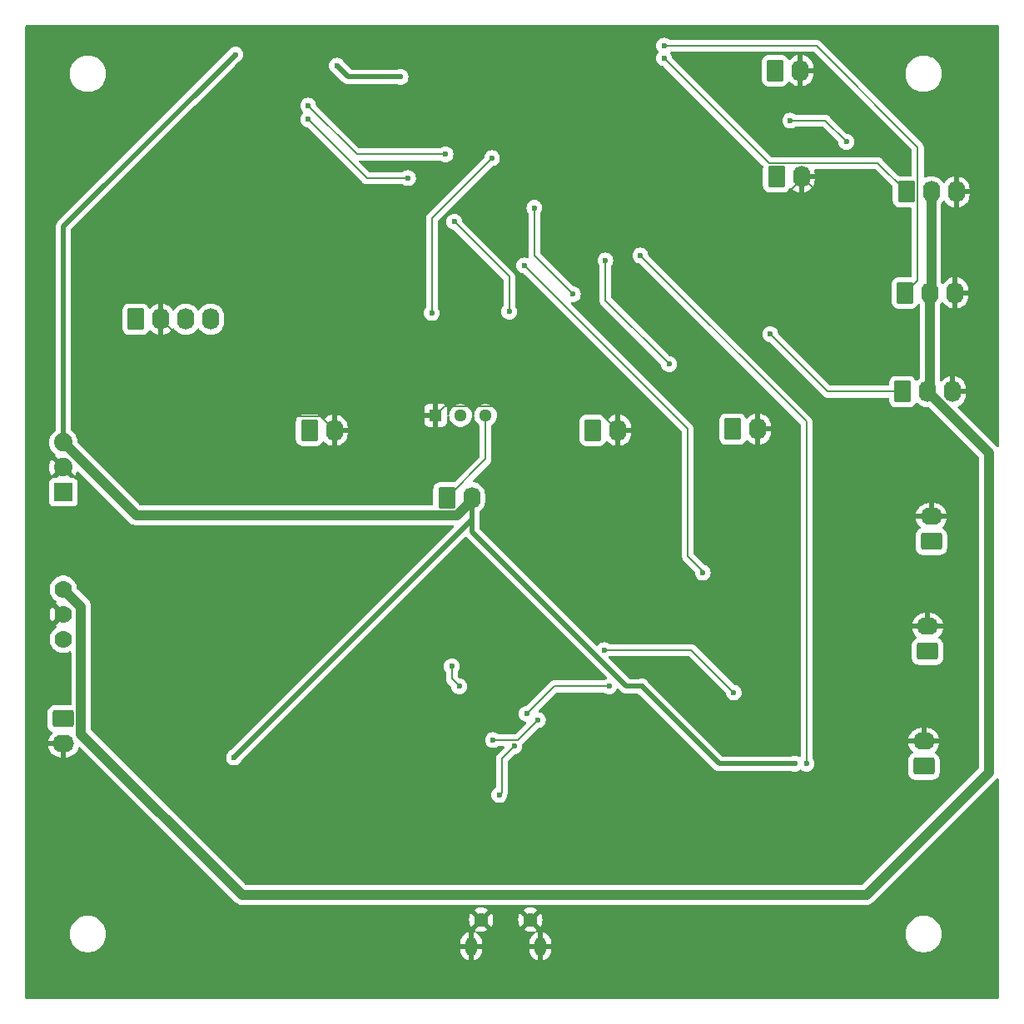
<source format=gbr>
%TF.GenerationSoftware,KiCad,Pcbnew,8.0.8*%
%TF.CreationDate,2025-03-30T01:40:12-05:00*%
%TF.ProjectId,ECE 445 PCBWay Order 3 March 31st Group 40,45434520-3434-4352-9050-434257617920,rev?*%
%TF.SameCoordinates,Original*%
%TF.FileFunction,Copper,L2,Bot*%
%TF.FilePolarity,Positive*%
%FSLAX46Y46*%
G04 Gerber Fmt 4.6, Leading zero omitted, Abs format (unit mm)*
G04 Created by KiCad (PCBNEW 8.0.8) date 2025-03-30 01:40:12*
%MOMM*%
%LPD*%
G01*
G04 APERTURE LIST*
G04 Aperture macros list*
%AMRoundRect*
0 Rectangle with rounded corners*
0 $1 Rounding radius*
0 $2 $3 $4 $5 $6 $7 $8 $9 X,Y pos of 4 corners*
0 Add a 4 corners polygon primitive as box body*
4,1,4,$2,$3,$4,$5,$6,$7,$8,$9,$2,$3,0*
0 Add four circle primitives for the rounded corners*
1,1,$1+$1,$2,$3*
1,1,$1+$1,$4,$5*
1,1,$1+$1,$6,$7*
1,1,$1+$1,$8,$9*
0 Add four rect primitives between the rounded corners*
20,1,$1+$1,$2,$3,$4,$5,0*
20,1,$1+$1,$4,$5,$6,$7,0*
20,1,$1+$1,$6,$7,$8,$9,0*
20,1,$1+$1,$8,$9,$2,$3,0*%
G04 Aperture macros list end*
%TA.AperFunction,ComponentPad*%
%ADD10C,1.879600*%
%TD*%
%TA.AperFunction,ComponentPad*%
%ADD11R,1.879600X1.879600*%
%TD*%
%TA.AperFunction,HeatsinkPad*%
%ADD12C,0.600000*%
%TD*%
%TA.AperFunction,ComponentPad*%
%ADD13C,1.298000*%
%TD*%
%TA.AperFunction,ComponentPad*%
%ADD14R,1.298000X1.298000*%
%TD*%
%TA.AperFunction,ComponentPad*%
%ADD15RoundRect,0.250000X-0.620000X-0.845000X0.620000X-0.845000X0.620000X0.845000X-0.620000X0.845000X0*%
%TD*%
%TA.AperFunction,ComponentPad*%
%ADD16O,1.740000X2.190000*%
%TD*%
%TA.AperFunction,ComponentPad*%
%ADD17O,2.190000X1.740000*%
%TD*%
%TA.AperFunction,ComponentPad*%
%ADD18RoundRect,0.250000X0.845000X-0.620000X0.845000X0.620000X-0.845000X0.620000X-0.845000X-0.620000X0*%
%TD*%
%TA.AperFunction,ComponentPad*%
%ADD19RoundRect,0.250000X-0.845000X0.620000X-0.845000X-0.620000X0.845000X-0.620000X0.845000X0.620000X0*%
%TD*%
%TA.AperFunction,HeatsinkPad*%
%ADD20O,1.200000X1.900000*%
%TD*%
%TA.AperFunction,HeatsinkPad*%
%ADD21C,1.450000*%
%TD*%
%TA.AperFunction,ComponentPad*%
%ADD22C,1.778000*%
%TD*%
%TA.AperFunction,ViaPad*%
%ADD23C,0.600000*%
%TD*%
%TA.AperFunction,Conductor*%
%ADD24C,0.200000*%
%TD*%
%TA.AperFunction,Conductor*%
%ADD25C,1.000000*%
%TD*%
%TA.AperFunction,Conductor*%
%ADD26C,0.500000*%
%TD*%
G04 APERTURE END LIST*
D10*
%TO.P,U4,3,OUT*%
%TO.N,+3.3V*%
X120015000Y-90000000D03*
%TO.P,U4,2,GND*%
%TO.N,GND*%
X120015000Y-92540000D03*
D11*
%TO.P,U4,1,IN*%
%TO.N,+5V*%
X120015000Y-95080000D03*
%TD*%
D12*
%TO.P,U1,39,GND*%
%TO.N,GND*%
X172252000Y-56807000D03*
X172252000Y-55407000D03*
X171552000Y-57507000D03*
X171552000Y-56107000D03*
X171552000Y-54707000D03*
X170827000Y-56807000D03*
X170827000Y-55407000D03*
X170152000Y-57507000D03*
X170152000Y-56107000D03*
X170152000Y-54707000D03*
X169452000Y-56807000D03*
X169452000Y-55407000D03*
%TD*%
D13*
%TO.P,Q1,3*%
%TO.N,Net-(J12-Pin_1)*%
X162941000Y-87249000D03*
%TO.P,Q1,2*%
%TO.N,Net-(Q1-Pad2)*%
X160401000Y-87249000D03*
D14*
%TO.P,Q1,1*%
%TO.N,GND*%
X157861000Y-87249000D03*
%TD*%
D15*
%TO.P,J15,1,Pin_1*%
%TO.N,/Servo Signal 3*%
X205359000Y-84836000D03*
D16*
%TO.P,J15,2,Pin_2*%
%TO.N,+5V*%
X207899000Y-84836000D03*
%TO.P,J15,3,Pin_3*%
%TO.N,GND*%
X210439000Y-84836000D03*
%TD*%
%TO.P,J14,3,Pin_3*%
%TO.N,GND*%
X210693000Y-74803000D03*
%TO.P,J14,2,Pin_2*%
%TO.N,+5V*%
X208153000Y-74803000D03*
D15*
%TO.P,J14,1,Pin_1*%
%TO.N,/Servo Signal 2*%
X205613000Y-74803000D03*
%TD*%
D16*
%TO.P,J13,3,Pin_3*%
%TO.N,GND*%
X210820000Y-64516000D03*
%TO.P,J13,2,Pin_2*%
%TO.N,+5V*%
X208280000Y-64516000D03*
D15*
%TO.P,J13,1,Pin_1*%
%TO.N,/Servo Signal 1*%
X205740000Y-64516000D03*
%TD*%
D16*
%TO.P,J12,2,Pin_2*%
%TO.N,+3.3V*%
X161544000Y-95631000D03*
D15*
%TO.P,J12,1,Pin_1*%
%TO.N,Net-(J12-Pin_1)*%
X159004000Y-95631000D03*
%TD*%
D16*
%TO.P,J11,4,Pin_4*%
%TO.N,/Singal -*%
X135001000Y-77470000D03*
%TO.P,J11,3,Pin_3*%
%TO.N,/Signal +*%
X132461000Y-77470000D03*
%TO.P,J11,2,Pin_2*%
%TO.N,GND*%
X129921000Y-77470000D03*
D15*
%TO.P,J11,1,Pin_1*%
%TO.N,+3.3V*%
X127381000Y-77470000D03*
%TD*%
D16*
%TO.P,J10,2,Pin_2*%
%TO.N,GND*%
X147574000Y-88773000D03*
D15*
%TO.P,J10,1,Pin_1*%
%TO.N,Net-(J10-Pin_1)*%
X145034000Y-88773000D03*
%TD*%
D16*
%TO.P,J9,2,Pin_2*%
%TO.N,GND*%
X176403000Y-88773000D03*
D15*
%TO.P,J9,1,Pin_1*%
%TO.N,Net-(J9-Pin_1)*%
X173863000Y-88773000D03*
%TD*%
D16*
%TO.P,J8,2,Pin_2*%
%TO.N,GND*%
X190627000Y-88646000D03*
D15*
%TO.P,J8,1,Pin_1*%
%TO.N,Net-(J8-Pin_1)*%
X188087000Y-88646000D03*
%TD*%
D17*
%TO.P,J7,2,Pin_2*%
%TO.N,GND*%
X207518000Y-120396000D03*
D18*
%TO.P,J7,1,Pin_1*%
%TO.N,Net-(J7-Pin_1)*%
X207518000Y-122936000D03*
%TD*%
D16*
%TO.P,J6,2,Pin_2*%
%TO.N,GND*%
X195072000Y-62992000D03*
D15*
%TO.P,J6,1,Pin_1*%
%TO.N,Net-(J6-Pin_1)*%
X192532000Y-62992000D03*
%TD*%
D16*
%TO.P,J5,2,Pin_2*%
%TO.N,GND*%
X194945000Y-52197000D03*
D15*
%TO.P,J5,1,Pin_1*%
%TO.N,Net-(J5-Pin_1)*%
X192405000Y-52197000D03*
%TD*%
D17*
%TO.P,J4,2,Pin_2*%
%TO.N,GND*%
X208280000Y-97536000D03*
D18*
%TO.P,J4,1,Pin_1*%
%TO.N,Net-(J4-Pin_1)*%
X208280000Y-100076000D03*
%TD*%
D17*
%TO.P,J3,2,Pin_2*%
%TO.N,GND*%
X207899000Y-108712000D03*
D18*
%TO.P,J3,1,Pin_1*%
%TO.N,Net-(J3-Pin_1)*%
X207899000Y-111252000D03*
%TD*%
D17*
%TO.P,J2,2,Pin_2*%
%TO.N,GND*%
X120015000Y-120650000D03*
D19*
%TO.P,J2,1,Pin_1*%
%TO.N,Net-(J2-Pin_1)*%
X120015000Y-118110000D03*
%TD*%
D20*
%TO.P,J1,6,Shield*%
%TO.N,GND*%
X168500000Y-141237500D03*
D21*
X167500000Y-138537500D03*
X162500000Y-138537500D03*
D20*
X161500000Y-141237500D03*
%TD*%
D22*
%TO.P,U3,1,INPUT*%
%TO.N,Net-(J2-Pin_1)*%
X120000000Y-110000000D03*
%TO.P,U3,2,GROUND*%
%TO.N,GND*%
X120000000Y-107460000D03*
%TO.P,U3,3,OUTPUT*%
%TO.N,+5V*%
X120000000Y-104920000D03*
%TD*%
D23*
%TO.N,GND*%
X196723000Y-112141000D03*
X188087000Y-121158000D03*
X193675000Y-109093000D03*
%TO.N,+3.3V*%
X154305000Y-52832000D03*
X147828000Y-51689000D03*
X137500000Y-50555000D03*
X137362000Y-122047000D03*
X194385000Y-122682000D03*
X178815000Y-114809000D03*
%TO.N,GND*%
X186944000Y-71374000D03*
X202184000Y-70104000D03*
%TO.N,/Servo Signal 3*%
X191897000Y-78994000D03*
%TO.N,/RXD0*%
X160274000Y-114808000D03*
X159512000Y-112776000D03*
X181610000Y-82042000D03*
X175133000Y-71501000D03*
%TO.N,/Refill LED*%
X199644000Y-59436000D03*
X193929000Y-57277000D03*
%TO.N,/Bluetooth LED*%
X185039000Y-103251000D03*
X166878000Y-72009000D03*
%TO.N,/HX711 PD_SCK*%
X144907000Y-57150000D03*
X155067000Y-63119000D03*
%TO.N,/HX711 Digital Output*%
X144907000Y-55753000D03*
X158877000Y-60706000D03*
%TO.N,/Container 1 LED*%
X167912000Y-66147000D03*
X171831000Y-74930000D03*
%TO.N,/Container 2 LED*%
X159766000Y-67564000D03*
X165354000Y-76708000D03*
%TO.N,/Vibration Motor*%
X157480000Y-76835000D03*
X163602000Y-61087000D03*
%TO.N,Net-(U1-IO0)*%
X178689000Y-70993000D03*
X195580000Y-122682000D03*
%TO.N,/Servo Signal 2*%
X181102000Y-49657000D03*
%TO.N,/Servo Signal 1*%
X181102000Y-50927000D03*
%TO.N,Net-(U6-VBUS)*%
X175006000Y-111125000D03*
X188198000Y-115443000D03*
%TO.N,Net-(D2-A)*%
X167132000Y-117602000D03*
X175515000Y-114809000D03*
%TO.N,/VREGIN*%
X168275000Y-118237000D03*
X163703000Y-120269000D03*
%TO.N,/D-*%
X164338000Y-125857000D03*
X165862000Y-120904000D03*
%TD*%
D24*
%TO.N,GND*%
X204978000Y-120396000D02*
X196723000Y-112141000D01*
X193675000Y-109093000D02*
X191135000Y-109093000D01*
X207518000Y-120396000D02*
X204978000Y-120396000D01*
X191135000Y-109093000D02*
X189992000Y-110236000D01*
X189992000Y-119253000D02*
X188087000Y-121158000D01*
X189992000Y-110236000D02*
X189992000Y-119253000D01*
%TO.N,/Servo Signal 2*%
X205613000Y-74803000D02*
X206910000Y-73506000D01*
X206910000Y-73506000D02*
X206910000Y-59971000D01*
X206910000Y-59971000D02*
X196596000Y-49657000D01*
X196596000Y-49657000D02*
X181102000Y-49657000D01*
D25*
%TO.N,+5V*%
X120000000Y-104920000D02*
X121810000Y-106730000D01*
X121810000Y-119651000D02*
X138176000Y-136017000D01*
X201676000Y-136017000D02*
X214122000Y-123571000D01*
X121810000Y-106730000D02*
X121810000Y-119651000D01*
X138176000Y-136017000D02*
X201676000Y-136017000D01*
X214122000Y-91059000D02*
X207899000Y-84836000D01*
X214122000Y-123571000D02*
X214122000Y-91059000D01*
D26*
%TO.N,+3.3V*%
X154305000Y-52832000D02*
X148971000Y-52832000D01*
X148971000Y-52832000D02*
X147828000Y-51689000D01*
X120015000Y-90000000D02*
X120015000Y-68040000D01*
X120015000Y-68040000D02*
X137500000Y-50555000D01*
X161544000Y-95631000D02*
X161544000Y-97865000D01*
X161544000Y-97865000D02*
X137362000Y-122047000D01*
X178815000Y-114809000D02*
X186688000Y-122682000D01*
X186688000Y-122682000D02*
X194385000Y-122682000D01*
X161544000Y-95631000D02*
X161544000Y-99077214D01*
X161544000Y-99077214D02*
X177275786Y-114809000D01*
X177275786Y-114809000D02*
X178815000Y-114809000D01*
D25*
X120015000Y-90000000D02*
X127441000Y-97426000D01*
X127441000Y-97426000D02*
X160024430Y-97426000D01*
X160024430Y-97426000D02*
X161544000Y-95906430D01*
X161544000Y-95906430D02*
X161544000Y-95631000D01*
D24*
%TO.N,GND*%
X129921000Y-77470000D02*
X139829000Y-87378000D01*
X146179000Y-87378000D02*
X147574000Y-88773000D01*
X139829000Y-87378000D02*
X146179000Y-87378000D01*
X176403000Y-88773000D02*
X173930000Y-86300000D01*
X173930000Y-86300000D02*
X158810000Y-86300000D01*
X158810000Y-86300000D02*
X157861000Y-87249000D01*
X195072000Y-62992000D02*
X195072000Y-63246000D01*
X195072000Y-63246000D02*
X186944000Y-71374000D01*
X195072000Y-62992000D02*
X202184000Y-70104000D01*
%TO.N,/Servo Signal 3*%
X191897000Y-78994000D02*
X197739000Y-84836000D01*
X197739000Y-84836000D02*
X205359000Y-84836000D01*
%TO.N,/RXD0*%
X159512000Y-114046000D02*
X160274000Y-114808000D01*
X159512000Y-112776000D02*
X159512000Y-114046000D01*
X175133000Y-75565000D02*
X181610000Y-82042000D01*
X175133000Y-71501000D02*
X175133000Y-75565000D01*
%TO.N,/Refill LED*%
X197485000Y-57277000D02*
X199644000Y-59436000D01*
X193929000Y-57277000D02*
X197485000Y-57277000D01*
%TO.N,/Bluetooth LED*%
X185039000Y-103124000D02*
X185039000Y-103251000D01*
X183515000Y-101600000D02*
X185039000Y-103124000D01*
X166878000Y-72009000D02*
X183515000Y-88646000D01*
X183515000Y-88646000D02*
X183515000Y-101600000D01*
%TO.N,/HX711 PD_SCK*%
X155067000Y-63119000D02*
X150876000Y-63119000D01*
X150876000Y-63119000D02*
X144907000Y-57150000D01*
%TO.N,/HX711 Digital Output*%
X149860000Y-60706000D02*
X144907000Y-55753000D01*
X158877000Y-60706000D02*
X149860000Y-60706000D01*
%TO.N,/Container 1 LED*%
X171831000Y-74930000D02*
X167912000Y-71011000D01*
X167912000Y-71011000D02*
X167912000Y-66147000D01*
%TO.N,/Container 2 LED*%
X165354000Y-73152000D02*
X159766000Y-67564000D01*
X165354000Y-76708000D02*
X165354000Y-73152000D01*
%TO.N,/Vibration Motor*%
X157480000Y-76835000D02*
X157480000Y-67209000D01*
X157480000Y-67209000D02*
X163602000Y-61087000D01*
%TO.N,Net-(U1-IO0)*%
X178689000Y-70993000D02*
X195580000Y-87884000D01*
X195580000Y-87884000D02*
X195580000Y-122682000D01*
%TO.N,Net-(J12-Pin_1)*%
X162941000Y-87249000D02*
X162941000Y-91694000D01*
X162941000Y-91694000D02*
X159004000Y-95631000D01*
D25*
%TO.N,+5V*%
X208153000Y-74803000D02*
X208153000Y-84582000D01*
X208153000Y-84582000D02*
X207899000Y-84836000D01*
X208280000Y-64516000D02*
X208280000Y-74676000D01*
X208280000Y-74676000D02*
X208153000Y-74803000D01*
D24*
%TO.N,/Servo Signal 1*%
X205740000Y-64516000D02*
X202821000Y-61597000D01*
X191772000Y-61597000D02*
X181102000Y-50927000D01*
X202821000Y-61597000D02*
X191772000Y-61597000D01*
%TO.N,Net-(U6-VBUS)*%
X183880000Y-111125000D02*
X188198000Y-115443000D01*
X175006000Y-111125000D02*
X183880000Y-111125000D01*
%TO.N,Net-(D2-A)*%
X169925000Y-114809000D02*
X175515000Y-114809000D01*
X167132000Y-117602000D02*
X169925000Y-114809000D01*
%TO.N,/VREGIN*%
X166243000Y-120269000D02*
X168275000Y-118237000D01*
X163703000Y-120269000D02*
X166243000Y-120269000D01*
%TO.N,/D-*%
X164338000Y-125857000D02*
X164592000Y-125603000D01*
X164592000Y-125603000D02*
X164592000Y-122174000D01*
X164592000Y-122174000D02*
X165862000Y-120904000D01*
%TD*%
%TA.AperFunction,Conductor*%
%TO.N,GND*%
G36*
X215088539Y-47586185D02*
G01*
X215134294Y-47638989D01*
X215145500Y-47690500D01*
X215145500Y-90381149D01*
X215125815Y-90448188D01*
X215073011Y-90493943D01*
X215003853Y-90503887D01*
X214940297Y-90474862D01*
X214918398Y-90450041D01*
X214899136Y-90421214D01*
X214756686Y-90278764D01*
X214756655Y-90278735D01*
X210982005Y-86504085D01*
X210948520Y-86442762D01*
X210953504Y-86373070D01*
X210995376Y-86317137D01*
X211013392Y-86305919D01*
X211157034Y-86232730D01*
X211331496Y-86105974D01*
X211331497Y-86105974D01*
X211483974Y-85953497D01*
X211483974Y-85953496D01*
X211610728Y-85779036D01*
X211708627Y-85586901D01*
X211775265Y-85381809D01*
X211809000Y-85168820D01*
X211809000Y-85086000D01*
X210981709Y-85086000D01*
X210993452Y-85065661D01*
X211034000Y-84914333D01*
X211034000Y-84757667D01*
X210993452Y-84606339D01*
X210981709Y-84586000D01*
X211809000Y-84586000D01*
X211809000Y-84503179D01*
X211775265Y-84290190D01*
X211708627Y-84085098D01*
X211610728Y-83892963D01*
X211483974Y-83718503D01*
X211483974Y-83718502D01*
X211331497Y-83566025D01*
X211157036Y-83439271D01*
X210964899Y-83341372D01*
X210759805Y-83274733D01*
X210689000Y-83263518D01*
X210689000Y-84293290D01*
X210668661Y-84281548D01*
X210517333Y-84241000D01*
X210360667Y-84241000D01*
X210209339Y-84281548D01*
X210189000Y-84293290D01*
X210189000Y-83263518D01*
X210188999Y-83263518D01*
X210118194Y-83274733D01*
X209913100Y-83341372D01*
X209720963Y-83439271D01*
X209546503Y-83566025D01*
X209546502Y-83566025D01*
X209394025Y-83718502D01*
X209394025Y-83718503D01*
X209377818Y-83740810D01*
X209322488Y-83783475D01*
X209252874Y-83789454D01*
X209191079Y-83756848D01*
X209156722Y-83696009D01*
X209153500Y-83667924D01*
X209153500Y-76017042D01*
X209173185Y-75950003D01*
X209189819Y-75929361D01*
X209198359Y-75920821D01*
X209322991Y-75749279D01*
X209378321Y-75706614D01*
X209447934Y-75700635D01*
X209509729Y-75733241D01*
X209523627Y-75749279D01*
X209648025Y-75920496D01*
X209648025Y-75920497D01*
X209800502Y-76072974D01*
X209974963Y-76199728D01*
X210167098Y-76297627D01*
X210372190Y-76364266D01*
X210443000Y-76375481D01*
X210443000Y-75345709D01*
X210463339Y-75357452D01*
X210614667Y-75398000D01*
X210771333Y-75398000D01*
X210922661Y-75357452D01*
X210943000Y-75345709D01*
X210943000Y-76375480D01*
X211013809Y-76364266D01*
X211218901Y-76297627D01*
X211411036Y-76199728D01*
X211585496Y-76072974D01*
X211585497Y-76072974D01*
X211737974Y-75920497D01*
X211737974Y-75920496D01*
X211864728Y-75746036D01*
X211962627Y-75553901D01*
X212029265Y-75348809D01*
X212063000Y-75135820D01*
X212063000Y-75053000D01*
X211235709Y-75053000D01*
X211247452Y-75032661D01*
X211288000Y-74881333D01*
X211288000Y-74724667D01*
X211247452Y-74573339D01*
X211235709Y-74553000D01*
X212063000Y-74553000D01*
X212063000Y-74470179D01*
X212029265Y-74257190D01*
X211962627Y-74052098D01*
X211864728Y-73859963D01*
X211737974Y-73685503D01*
X211737974Y-73685502D01*
X211585497Y-73533025D01*
X211411036Y-73406271D01*
X211218899Y-73308372D01*
X211013805Y-73241733D01*
X210943000Y-73230518D01*
X210943000Y-74260290D01*
X210922661Y-74248548D01*
X210771333Y-74208000D01*
X210614667Y-74208000D01*
X210463339Y-74248548D01*
X210443000Y-74260290D01*
X210443000Y-73230518D01*
X210442999Y-73230518D01*
X210372194Y-73241733D01*
X210167100Y-73308372D01*
X209974963Y-73406271D01*
X209800503Y-73533025D01*
X209800502Y-73533025D01*
X209648024Y-73685503D01*
X209523627Y-73856720D01*
X209468296Y-73899385D01*
X209398683Y-73905364D01*
X209336888Y-73872758D01*
X209322990Y-73856718D01*
X209304181Y-73830829D01*
X209280702Y-73765023D01*
X209280500Y-73757945D01*
X209280500Y-65730042D01*
X209300185Y-65663003D01*
X209316819Y-65642361D01*
X209325359Y-65633821D01*
X209449991Y-65462279D01*
X209505321Y-65419614D01*
X209574934Y-65413635D01*
X209636729Y-65446241D01*
X209650627Y-65462279D01*
X209775025Y-65633496D01*
X209775025Y-65633497D01*
X209927502Y-65785974D01*
X210101963Y-65912728D01*
X210294098Y-66010627D01*
X210499190Y-66077266D01*
X210570000Y-66088481D01*
X210570000Y-65058709D01*
X210590339Y-65070452D01*
X210741667Y-65111000D01*
X210898333Y-65111000D01*
X211049661Y-65070452D01*
X211070000Y-65058709D01*
X211070000Y-66088480D01*
X211140809Y-66077266D01*
X211345901Y-66010627D01*
X211538036Y-65912728D01*
X211712496Y-65785974D01*
X211712497Y-65785974D01*
X211864974Y-65633497D01*
X211864974Y-65633496D01*
X211991728Y-65459036D01*
X212089627Y-65266901D01*
X212156265Y-65061809D01*
X212190000Y-64848820D01*
X212190000Y-64766000D01*
X211362709Y-64766000D01*
X211374452Y-64745661D01*
X211415000Y-64594333D01*
X211415000Y-64437667D01*
X211374452Y-64286339D01*
X211362709Y-64266000D01*
X212190000Y-64266000D01*
X212190000Y-64183179D01*
X212156265Y-63970190D01*
X212089627Y-63765098D01*
X211991728Y-63572963D01*
X211864974Y-63398503D01*
X211864974Y-63398502D01*
X211712497Y-63246025D01*
X211538036Y-63119271D01*
X211345899Y-63021372D01*
X211140805Y-62954733D01*
X211070000Y-62943518D01*
X211070000Y-63973290D01*
X211049661Y-63961548D01*
X210898333Y-63921000D01*
X210741667Y-63921000D01*
X210590339Y-63961548D01*
X210570000Y-63973290D01*
X210570000Y-62943518D01*
X210569999Y-62943518D01*
X210499194Y-62954733D01*
X210294100Y-63021372D01*
X210101963Y-63119271D01*
X209927503Y-63246025D01*
X209927502Y-63246025D01*
X209775024Y-63398503D01*
X209650627Y-63569720D01*
X209595296Y-63612385D01*
X209525683Y-63618364D01*
X209463888Y-63585758D01*
X209449991Y-63569720D01*
X209426806Y-63537809D01*
X209325359Y-63398179D01*
X209172821Y-63245641D01*
X208998299Y-63118843D01*
X208806089Y-63020908D01*
X208600926Y-62954246D01*
X208600924Y-62954245D01*
X208600922Y-62954245D01*
X208387866Y-62920500D01*
X208387861Y-62920500D01*
X208172139Y-62920500D01*
X208172134Y-62920500D01*
X207959077Y-62954245D01*
X207753908Y-63020909D01*
X207690795Y-63053067D01*
X207622126Y-63065963D01*
X207557385Y-63039687D01*
X207517128Y-62982580D01*
X207510500Y-62942582D01*
X207510500Y-60060060D01*
X207510501Y-60060047D01*
X207510501Y-59891944D01*
X207481985Y-59785522D01*
X207469577Y-59739216D01*
X207398009Y-59615255D01*
X207390524Y-59602290D01*
X207390518Y-59602282D01*
X200166946Y-52378711D01*
X205649500Y-52378711D01*
X205649500Y-52621288D01*
X205681161Y-52861785D01*
X205743947Y-53096104D01*
X205784828Y-53194799D01*
X205836776Y-53320212D01*
X205958064Y-53530289D01*
X205958066Y-53530292D01*
X205958067Y-53530293D01*
X206105733Y-53722736D01*
X206105739Y-53722743D01*
X206277256Y-53894260D01*
X206277262Y-53894265D01*
X206469711Y-54041936D01*
X206679788Y-54163224D01*
X206903900Y-54256054D01*
X207138211Y-54318838D01*
X207318586Y-54342584D01*
X207378711Y-54350500D01*
X207378712Y-54350500D01*
X207621289Y-54350500D01*
X207669388Y-54344167D01*
X207861789Y-54318838D01*
X208096100Y-54256054D01*
X208320212Y-54163224D01*
X208530289Y-54041936D01*
X208722738Y-53894265D01*
X208894265Y-53722738D01*
X209041936Y-53530289D01*
X209163224Y-53320212D01*
X209256054Y-53096100D01*
X209318838Y-52861789D01*
X209350500Y-52621288D01*
X209350500Y-52378712D01*
X209318838Y-52138211D01*
X209256054Y-51903900D01*
X209163224Y-51679788D01*
X209041936Y-51469711D01*
X208942003Y-51339476D01*
X208894266Y-51277263D01*
X208894260Y-51277256D01*
X208722743Y-51105739D01*
X208722736Y-51105733D01*
X208530293Y-50958067D01*
X208530292Y-50958066D01*
X208530289Y-50958064D01*
X208358661Y-50858974D01*
X208320214Y-50836777D01*
X208320205Y-50836773D01*
X208096104Y-50743947D01*
X207861785Y-50681161D01*
X207621289Y-50649500D01*
X207621288Y-50649500D01*
X207378712Y-50649500D01*
X207378711Y-50649500D01*
X207138214Y-50681161D01*
X206903895Y-50743947D01*
X206679794Y-50836773D01*
X206679785Y-50836777D01*
X206469706Y-50958067D01*
X206277263Y-51105733D01*
X206277256Y-51105739D01*
X206105739Y-51277256D01*
X206105733Y-51277263D01*
X205958067Y-51469706D01*
X205836777Y-51679785D01*
X205836773Y-51679794D01*
X205743947Y-51903895D01*
X205681161Y-52138214D01*
X205649500Y-52378711D01*
X200166946Y-52378711D01*
X197083590Y-49295355D01*
X197083588Y-49295352D01*
X196964717Y-49176481D01*
X196964709Y-49176475D01*
X196862936Y-49117717D01*
X196862934Y-49117716D01*
X196827790Y-49097425D01*
X196827789Y-49097424D01*
X196815263Y-49094067D01*
X196675057Y-49056499D01*
X196516943Y-49056499D01*
X196509347Y-49056499D01*
X196509331Y-49056500D01*
X181684412Y-49056500D01*
X181617373Y-49036815D01*
X181607097Y-49029445D01*
X181604263Y-49027185D01*
X181604262Y-49027184D01*
X181547496Y-48991515D01*
X181451523Y-48931211D01*
X181281254Y-48871631D01*
X181281249Y-48871630D01*
X181102004Y-48851435D01*
X181101996Y-48851435D01*
X180922750Y-48871630D01*
X180922745Y-48871631D01*
X180752476Y-48931211D01*
X180599737Y-49027184D01*
X180472184Y-49154737D01*
X180376211Y-49307476D01*
X180316631Y-49477745D01*
X180316630Y-49477750D01*
X180296435Y-49656996D01*
X180296435Y-49657003D01*
X180316630Y-49836249D01*
X180316631Y-49836254D01*
X180376211Y-50006523D01*
X180472184Y-50159262D01*
X180472185Y-50159263D01*
X180517241Y-50204320D01*
X180550725Y-50265643D01*
X180545740Y-50335335D01*
X180517241Y-50379680D01*
X180472184Y-50424737D01*
X180376211Y-50577476D01*
X180316631Y-50747745D01*
X180316630Y-50747750D01*
X180296435Y-50926996D01*
X180296435Y-50927003D01*
X180316630Y-51106249D01*
X180316631Y-51106254D01*
X180376211Y-51276523D01*
X180441821Y-51380940D01*
X180472184Y-51429262D01*
X180599738Y-51556816D01*
X180752478Y-51652789D01*
X180922745Y-51712368D01*
X181009669Y-51722161D01*
X181074080Y-51749226D01*
X181083465Y-51757700D01*
X191154745Y-61828981D01*
X191188230Y-61890304D01*
X191184770Y-61955664D01*
X191172001Y-61994198D01*
X191161500Y-62096983D01*
X191161500Y-63887001D01*
X191161501Y-63887018D01*
X191172000Y-63989796D01*
X191172001Y-63989799D01*
X191209774Y-64103788D01*
X191227186Y-64156334D01*
X191319288Y-64305656D01*
X191443344Y-64429712D01*
X191592666Y-64521814D01*
X191759203Y-64576999D01*
X191861991Y-64587500D01*
X193202008Y-64587499D01*
X193304797Y-64576999D01*
X193471334Y-64521814D01*
X193620656Y-64429712D01*
X193744712Y-64305656D01*
X193836814Y-64156334D01*
X193836817Y-64156323D01*
X193837353Y-64155177D01*
X193837934Y-64154516D01*
X193840605Y-64150187D01*
X193841344Y-64150643D01*
X193883521Y-64102734D01*
X193950713Y-64083577D01*
X194017596Y-64103788D01*
X194037420Y-64119892D01*
X194179502Y-64261974D01*
X194353963Y-64388728D01*
X194546098Y-64486627D01*
X194751190Y-64553266D01*
X194822000Y-64564481D01*
X194822000Y-63534709D01*
X194842339Y-63546452D01*
X194993667Y-63587000D01*
X195150333Y-63587000D01*
X195301661Y-63546452D01*
X195322000Y-63534709D01*
X195322000Y-64564480D01*
X195392809Y-64553266D01*
X195597901Y-64486627D01*
X195790036Y-64388728D01*
X195964496Y-64261974D01*
X195964497Y-64261974D01*
X196116974Y-64109497D01*
X196116974Y-64109496D01*
X196243728Y-63935036D01*
X196341627Y-63742901D01*
X196408265Y-63537809D01*
X196442000Y-63324820D01*
X196442000Y-63242000D01*
X195614709Y-63242000D01*
X195626452Y-63221661D01*
X195667000Y-63070333D01*
X195667000Y-62913667D01*
X195626452Y-62762339D01*
X195614709Y-62742000D01*
X196442000Y-62742000D01*
X196442000Y-62659179D01*
X196408265Y-62446190D01*
X196380202Y-62359819D01*
X196378207Y-62289977D01*
X196414287Y-62230144D01*
X196476988Y-62199316D01*
X196498133Y-62197500D01*
X202520903Y-62197500D01*
X202587942Y-62217185D01*
X202608584Y-62233819D01*
X204333181Y-63958416D01*
X204366666Y-64019739D01*
X204369500Y-64046097D01*
X204369500Y-65411001D01*
X204369501Y-65411018D01*
X204380000Y-65513796D01*
X204380001Y-65513799D01*
X204429443Y-65663003D01*
X204435186Y-65680334D01*
X204527288Y-65829656D01*
X204651344Y-65953712D01*
X204800666Y-66045814D01*
X204967203Y-66100999D01*
X205069991Y-66111500D01*
X206185500Y-66111499D01*
X206252539Y-66131184D01*
X206298294Y-66183987D01*
X206309500Y-66235499D01*
X206309500Y-73083500D01*
X206289815Y-73150539D01*
X206237011Y-73196294D01*
X206185500Y-73207500D01*
X204942998Y-73207500D01*
X204942981Y-73207501D01*
X204840203Y-73218000D01*
X204840200Y-73218001D01*
X204673668Y-73273185D01*
X204673663Y-73273187D01*
X204524342Y-73365289D01*
X204400289Y-73489342D01*
X204308187Y-73638663D01*
X204308186Y-73638666D01*
X204253001Y-73805203D01*
X204253001Y-73805204D01*
X204253000Y-73805204D01*
X204242500Y-73907983D01*
X204242500Y-75698001D01*
X204242501Y-75698018D01*
X204253000Y-75800796D01*
X204253001Y-75800799D01*
X204308185Y-75967331D01*
X204308187Y-75967336D01*
X204312858Y-75974909D01*
X204400288Y-76116656D01*
X204524344Y-76240712D01*
X204673666Y-76332814D01*
X204840203Y-76387999D01*
X204942991Y-76398500D01*
X206283008Y-76398499D01*
X206385797Y-76387999D01*
X206552334Y-76332814D01*
X206701656Y-76240712D01*
X206825712Y-76116656D01*
X206917814Y-75967334D01*
X206917815Y-75967331D01*
X206921605Y-75961187D01*
X206923634Y-75962438D01*
X206962276Y-75918540D01*
X207029467Y-75899379D01*
X207096351Y-75919585D01*
X207141692Y-75972744D01*
X207152500Y-76023375D01*
X207152500Y-83396150D01*
X207132815Y-83463189D01*
X207101387Y-83496467D01*
X207006181Y-83565639D01*
X206864195Y-83707625D01*
X206802872Y-83741109D01*
X206733180Y-83736125D01*
X206677247Y-83694253D01*
X206664132Y-83672348D01*
X206663815Y-83671669D01*
X206663814Y-83671668D01*
X206663814Y-83671666D01*
X206571712Y-83522344D01*
X206447656Y-83398288D01*
X206298334Y-83306186D01*
X206131797Y-83251001D01*
X206131795Y-83251000D01*
X206029010Y-83240500D01*
X204688998Y-83240500D01*
X204688981Y-83240501D01*
X204586203Y-83251000D01*
X204586200Y-83251001D01*
X204419668Y-83306185D01*
X204419663Y-83306187D01*
X204270342Y-83398289D01*
X204146289Y-83522342D01*
X204054187Y-83671663D01*
X204054185Y-83671668D01*
X204042270Y-83707625D01*
X203999001Y-83838203D01*
X203999001Y-83838204D01*
X203999000Y-83838204D01*
X203988500Y-83940983D01*
X203988500Y-84111500D01*
X203968815Y-84178539D01*
X203916011Y-84224294D01*
X203864500Y-84235500D01*
X198039098Y-84235500D01*
X197972059Y-84215815D01*
X197951417Y-84199181D01*
X192727700Y-78975465D01*
X192694215Y-78914142D01*
X192692163Y-78901686D01*
X192682368Y-78814745D01*
X192622789Y-78644478D01*
X192526816Y-78491738D01*
X192399262Y-78364184D01*
X192246523Y-78268211D01*
X192076254Y-78208631D01*
X192076249Y-78208630D01*
X191897004Y-78188435D01*
X191896996Y-78188435D01*
X191717750Y-78208630D01*
X191717745Y-78208631D01*
X191547476Y-78268211D01*
X191394737Y-78364184D01*
X191267184Y-78491737D01*
X191171211Y-78644476D01*
X191111631Y-78814745D01*
X191111630Y-78814750D01*
X191091435Y-78993996D01*
X191091435Y-78994003D01*
X191111630Y-79173249D01*
X191111631Y-79173254D01*
X191171211Y-79343523D01*
X191267184Y-79496262D01*
X191394738Y-79623816D01*
X191547478Y-79719789D01*
X191717745Y-79779368D01*
X191804669Y-79789161D01*
X191869080Y-79816226D01*
X191878464Y-79824699D01*
X197370284Y-85316520D01*
X197370286Y-85316521D01*
X197370290Y-85316524D01*
X197483369Y-85381809D01*
X197507216Y-85395577D01*
X197659943Y-85436501D01*
X197659945Y-85436501D01*
X197825654Y-85436501D01*
X197825670Y-85436500D01*
X203864501Y-85436500D01*
X203931540Y-85456185D01*
X203977295Y-85508989D01*
X203988501Y-85560500D01*
X203988501Y-85731018D01*
X203999000Y-85833796D01*
X203999001Y-85833799D01*
X204036584Y-85947216D01*
X204054186Y-86000334D01*
X204146288Y-86149656D01*
X204270344Y-86273712D01*
X204419666Y-86365814D01*
X204586203Y-86420999D01*
X204688991Y-86431500D01*
X206029008Y-86431499D01*
X206131797Y-86420999D01*
X206298334Y-86365814D01*
X206447656Y-86273712D01*
X206571712Y-86149656D01*
X206663814Y-86000334D01*
X206663817Y-86000322D01*
X206664129Y-85999657D01*
X206664469Y-85999269D01*
X206667605Y-85994187D01*
X206668473Y-85994722D01*
X206710299Y-85947216D01*
X206777491Y-85928060D01*
X206844373Y-85948272D01*
X206864195Y-85964375D01*
X207006179Y-86106359D01*
X207180701Y-86233157D01*
X207372911Y-86331092D01*
X207578074Y-86397754D01*
X207657973Y-86410408D01*
X207791134Y-86431500D01*
X207791139Y-86431500D01*
X208006853Y-86431500D01*
X208006861Y-86431500D01*
X208007216Y-86431443D01*
X208007353Y-86431461D01*
X208011712Y-86431118D01*
X208011784Y-86432033D01*
X208076507Y-86440386D01*
X208114312Y-86466232D01*
X213085181Y-91437101D01*
X213118666Y-91498424D01*
X213121500Y-91524782D01*
X213121500Y-123105218D01*
X213101815Y-123172257D01*
X213085181Y-123192899D01*
X201297899Y-134980181D01*
X201236576Y-135013666D01*
X201210218Y-135016500D01*
X138641782Y-135016500D01*
X138574743Y-134996815D01*
X138554101Y-134980181D01*
X122846819Y-119272899D01*
X122813334Y-119211576D01*
X122810500Y-119185218D01*
X122810500Y-106834675D01*
X122810501Y-106834654D01*
X122810501Y-106631457D01*
X122810500Y-106631455D01*
X122772053Y-106438172D01*
X122772052Y-106438165D01*
X122696632Y-106256086D01*
X122696631Y-106256085D01*
X122696628Y-106256079D01*
X122587140Y-106092219D01*
X122587137Y-106092215D01*
X121424536Y-104929616D01*
X121391051Y-104868293D01*
X121388643Y-104852194D01*
X121375246Y-104690512D01*
X121318717Y-104467284D01*
X121226217Y-104256405D01*
X121100271Y-104063629D01*
X121020328Y-103976788D01*
X120944308Y-103894208D01*
X120876036Y-103841070D01*
X120762591Y-103752772D01*
X120560069Y-103643172D01*
X120560061Y-103643169D01*
X120342274Y-103568402D01*
X120171920Y-103539975D01*
X120115137Y-103530500D01*
X119884863Y-103530500D01*
X119839436Y-103538080D01*
X119657725Y-103568402D01*
X119439938Y-103643169D01*
X119439930Y-103643172D01*
X119237408Y-103752772D01*
X119055694Y-103894206D01*
X119055689Y-103894211D01*
X118899728Y-104063629D01*
X118773782Y-104256405D01*
X118681282Y-104467285D01*
X118624753Y-104690515D01*
X118605738Y-104919994D01*
X118605738Y-104920005D01*
X118624753Y-105149484D01*
X118681282Y-105372714D01*
X118773782Y-105583594D01*
X118899728Y-105776370D01*
X118899731Y-105776373D01*
X119055692Y-105945792D01*
X119172591Y-106036778D01*
X119241459Y-106090380D01*
X119240570Y-106091521D01*
X119281632Y-106139624D01*
X119291063Y-106208855D01*
X119261568Y-106272194D01*
X119241429Y-106289651D01*
X119241733Y-106290041D01*
X119209040Y-106315485D01*
X119209040Y-106315487D01*
X119763992Y-106870439D01*
X119699215Y-106897271D01*
X119595211Y-106966764D01*
X119506764Y-107055211D01*
X119437271Y-107159215D01*
X119410439Y-107223992D01*
X118856760Y-106670313D01*
X118774224Y-106796644D01*
X118681757Y-107007446D01*
X118625249Y-107230591D01*
X118625247Y-107230603D01*
X118606240Y-107459994D01*
X118606240Y-107460005D01*
X118625247Y-107689396D01*
X118625249Y-107689408D01*
X118681757Y-107912553D01*
X118774224Y-108123355D01*
X118856759Y-108249685D01*
X119410438Y-107696006D01*
X119437271Y-107760785D01*
X119506764Y-107864789D01*
X119595211Y-107953236D01*
X119699215Y-108022729D01*
X119763991Y-108049560D01*
X119209040Y-108604512D01*
X119209040Y-108604514D01*
X119241733Y-108629960D01*
X119240789Y-108631172D01*
X119281639Y-108679043D01*
X119291060Y-108748274D01*
X119261556Y-108811609D01*
X119241181Y-108829263D01*
X119241459Y-108829620D01*
X119055694Y-108974206D01*
X119055689Y-108974211D01*
X118899728Y-109143629D01*
X118773782Y-109336405D01*
X118681282Y-109547285D01*
X118624753Y-109770515D01*
X118605738Y-109999994D01*
X118605738Y-110000005D01*
X118624753Y-110229484D01*
X118681282Y-110452714D01*
X118773782Y-110663594D01*
X118899728Y-110856370D01*
X118899731Y-110856373D01*
X119055692Y-111025792D01*
X119237411Y-111167229D01*
X119439931Y-111276828D01*
X119553025Y-111315653D01*
X119657725Y-111351597D01*
X119657727Y-111351597D01*
X119657729Y-111351598D01*
X119884863Y-111389500D01*
X119884864Y-111389500D01*
X120115136Y-111389500D01*
X120115137Y-111389500D01*
X120342271Y-111351598D01*
X120560069Y-111276828D01*
X120560076Y-111276824D01*
X120560079Y-111276823D01*
X120626482Y-111240887D01*
X120694810Y-111226291D01*
X120760182Y-111250953D01*
X120801843Y-111307043D01*
X120809500Y-111349941D01*
X120809500Y-116615500D01*
X120789815Y-116682539D01*
X120737011Y-116728294D01*
X120685500Y-116739500D01*
X119119998Y-116739500D01*
X119119981Y-116739501D01*
X119017203Y-116750000D01*
X119017200Y-116750001D01*
X118850668Y-116805185D01*
X118850663Y-116805187D01*
X118701342Y-116897289D01*
X118577289Y-117021342D01*
X118485187Y-117170663D01*
X118485186Y-117170666D01*
X118430001Y-117337203D01*
X118430001Y-117337204D01*
X118430000Y-117337204D01*
X118419500Y-117439983D01*
X118419500Y-118780001D01*
X118419501Y-118780018D01*
X118430000Y-118882796D01*
X118430001Y-118882799D01*
X118476250Y-119022367D01*
X118485186Y-119049334D01*
X118577288Y-119198656D01*
X118701344Y-119322712D01*
X118850666Y-119414814D01*
X118850667Y-119414814D01*
X118850670Y-119414816D01*
X118851828Y-119415356D01*
X118852488Y-119415937D01*
X118856813Y-119418605D01*
X118856357Y-119419343D01*
X118904268Y-119461527D01*
X118923422Y-119528720D01*
X118903208Y-119595601D01*
X118887108Y-119615420D01*
X118745022Y-119757506D01*
X118618271Y-119931963D01*
X118520372Y-120124098D01*
X118453733Y-120329190D01*
X118442519Y-120400000D01*
X119472291Y-120400000D01*
X119460548Y-120420339D01*
X119420000Y-120571667D01*
X119420000Y-120728333D01*
X119460548Y-120879661D01*
X119472291Y-120900000D01*
X118442519Y-120900000D01*
X118453733Y-120970809D01*
X118520372Y-121175901D01*
X118618271Y-121368036D01*
X118745025Y-121542496D01*
X118745025Y-121542497D01*
X118897502Y-121694974D01*
X119071963Y-121821728D01*
X119264098Y-121919627D01*
X119469190Y-121986265D01*
X119682180Y-122020000D01*
X119765000Y-122020000D01*
X119765000Y-121192709D01*
X119785339Y-121204452D01*
X119936667Y-121245000D01*
X120093333Y-121245000D01*
X120244661Y-121204452D01*
X120265000Y-121192709D01*
X120265000Y-122020000D01*
X120347820Y-122020000D01*
X120560809Y-121986265D01*
X120765901Y-121919627D01*
X120958036Y-121821728D01*
X121132496Y-121694974D01*
X121132497Y-121694974D01*
X121284974Y-121542497D01*
X121284974Y-121542496D01*
X121411728Y-121368036D01*
X121509627Y-121175899D01*
X121547732Y-121058627D01*
X121587169Y-121000951D01*
X121651528Y-120973753D01*
X121720374Y-120985668D01*
X121753344Y-121009264D01*
X137395735Y-136651655D01*
X137395764Y-136651686D01*
X137538214Y-136794136D01*
X137538218Y-136794139D01*
X137702079Y-136903628D01*
X137702092Y-136903635D01*
X137830833Y-136956961D01*
X137873744Y-136974735D01*
X137884164Y-136979051D01*
X137980812Y-136998275D01*
X138029135Y-137007887D01*
X138077458Y-137017500D01*
X138077459Y-137017500D01*
X201774542Y-137017500D01*
X201793870Y-137013655D01*
X201871188Y-136998275D01*
X201967836Y-136979051D01*
X202021165Y-136956961D01*
X202149914Y-136903632D01*
X202313782Y-136794139D01*
X202453139Y-136654782D01*
X202453140Y-136654779D01*
X202460206Y-136647714D01*
X202460209Y-136647710D01*
X214759778Y-124348141D01*
X214759782Y-124348139D01*
X214899139Y-124208782D01*
X214918397Y-124179959D01*
X214972009Y-124135154D01*
X215041334Y-124126447D01*
X215104362Y-124156601D01*
X215141082Y-124216044D01*
X215145500Y-124248850D01*
X215145500Y-146441500D01*
X215125815Y-146508539D01*
X215073011Y-146554294D01*
X215021500Y-146565500D01*
X116270500Y-146565500D01*
X116203461Y-146545815D01*
X116157706Y-146493011D01*
X116146500Y-146441500D01*
X116146500Y-139878711D01*
X120649500Y-139878711D01*
X120649500Y-140121288D01*
X120681161Y-140361785D01*
X120743947Y-140596104D01*
X120816683Y-140771704D01*
X120836776Y-140820212D01*
X120958064Y-141030289D01*
X120958066Y-141030292D01*
X120958067Y-141030293D01*
X121105733Y-141222736D01*
X121105739Y-141222743D01*
X121277256Y-141394260D01*
X121277262Y-141394265D01*
X121469711Y-141541936D01*
X121679788Y-141663224D01*
X121903900Y-141756054D01*
X122138211Y-141818838D01*
X122318586Y-141842584D01*
X122378711Y-141850500D01*
X122378712Y-141850500D01*
X122621289Y-141850500D01*
X122669388Y-141844167D01*
X122861789Y-141818838D01*
X123096100Y-141756054D01*
X123320212Y-141663224D01*
X123530289Y-141541936D01*
X123722738Y-141394265D01*
X123894265Y-141222738D01*
X124041936Y-141030289D01*
X124163224Y-140820212D01*
X124171212Y-140800928D01*
X160400000Y-140800928D01*
X160400000Y-140987500D01*
X161200000Y-140987500D01*
X161200000Y-141487500D01*
X160400000Y-141487500D01*
X160400000Y-141674071D01*
X160427085Y-141845084D01*
X160480591Y-142009757D01*
X160559195Y-142164024D01*
X160660967Y-142304102D01*
X160783397Y-142426532D01*
X160923475Y-142528304D01*
X161077744Y-142606908D01*
X161242415Y-142660414D01*
X161242414Y-142660414D01*
X161249999Y-142661615D01*
X161250000Y-142661614D01*
X161250000Y-141754488D01*
X161259940Y-141771705D01*
X161315795Y-141827560D01*
X161384204Y-141867056D01*
X161460504Y-141887500D01*
X161539496Y-141887500D01*
X161615796Y-141867056D01*
X161684205Y-141827560D01*
X161740060Y-141771705D01*
X161750000Y-141754488D01*
X161750000Y-142661615D01*
X161757584Y-142660414D01*
X161922255Y-142606908D01*
X162076524Y-142528304D01*
X162216602Y-142426532D01*
X162339032Y-142304102D01*
X162440804Y-142164024D01*
X162519408Y-142009757D01*
X162572914Y-141845084D01*
X162600000Y-141674071D01*
X162600000Y-141487500D01*
X161800000Y-141487500D01*
X161800000Y-140987500D01*
X162600000Y-140987500D01*
X162600000Y-140800928D01*
X162572914Y-140629915D01*
X162519408Y-140465242D01*
X162440804Y-140310975D01*
X162339032Y-140170897D01*
X162216602Y-140048467D01*
X162076522Y-139946694D01*
X162074414Y-139945620D01*
X162073755Y-139944998D01*
X162072373Y-139944151D01*
X162072551Y-139943860D01*
X162023619Y-139897646D01*
X162006824Y-139829825D01*
X162029362Y-139763690D01*
X162084077Y-139720239D01*
X162153598Y-139713267D01*
X162162804Y-139715361D01*
X162286465Y-139748496D01*
X162286472Y-139748497D01*
X162499999Y-139767179D01*
X162500001Y-139767179D01*
X162713527Y-139748497D01*
X162713537Y-139748495D01*
X162920567Y-139693022D01*
X162920576Y-139693018D01*
X163114839Y-139602433D01*
X163171621Y-139562673D01*
X162568173Y-138959225D01*
X162664044Y-138933537D01*
X162760956Y-138877584D01*
X162840084Y-138798456D01*
X162896037Y-138701544D01*
X162921725Y-138605672D01*
X163525173Y-139209121D01*
X163564933Y-139152339D01*
X163655518Y-138958076D01*
X163655522Y-138958067D01*
X163710995Y-138751037D01*
X163710997Y-138751027D01*
X163729679Y-138537500D01*
X163729679Y-138537499D01*
X166270321Y-138537499D01*
X166270321Y-138537500D01*
X166289002Y-138751027D01*
X166289004Y-138751037D01*
X166344477Y-138958067D01*
X166344481Y-138958076D01*
X166435066Y-139152338D01*
X166435067Y-139152340D01*
X166474825Y-139209120D01*
X166474825Y-139209121D01*
X167078274Y-138605671D01*
X167103963Y-138701544D01*
X167159916Y-138798456D01*
X167239044Y-138877584D01*
X167335956Y-138933537D01*
X167431827Y-138959225D01*
X166828377Y-139562673D01*
X166885161Y-139602433D01*
X167079423Y-139693018D01*
X167079432Y-139693022D01*
X167286462Y-139748495D01*
X167286472Y-139748497D01*
X167499999Y-139767179D01*
X167500001Y-139767179D01*
X167713527Y-139748497D01*
X167713533Y-139748496D01*
X167837195Y-139715361D01*
X167907045Y-139717024D01*
X167964908Y-139756186D01*
X167992412Y-139820415D01*
X167980826Y-139889317D01*
X167933827Y-139941017D01*
X167925591Y-139945617D01*
X167923479Y-139946693D01*
X167783397Y-140048467D01*
X167660967Y-140170897D01*
X167559195Y-140310975D01*
X167480591Y-140465242D01*
X167427085Y-140629915D01*
X167400000Y-140800928D01*
X167400000Y-140987500D01*
X168200000Y-140987500D01*
X168200000Y-141487500D01*
X167400000Y-141487500D01*
X167400000Y-141674071D01*
X167427085Y-141845084D01*
X167480591Y-142009757D01*
X167559195Y-142164024D01*
X167660967Y-142304102D01*
X167783397Y-142426532D01*
X167923475Y-142528304D01*
X168077744Y-142606908D01*
X168242415Y-142660414D01*
X168242414Y-142660414D01*
X168249999Y-142661615D01*
X168250000Y-142661614D01*
X168250000Y-141754488D01*
X168259940Y-141771705D01*
X168315795Y-141827560D01*
X168384204Y-141867056D01*
X168460504Y-141887500D01*
X168539496Y-141887500D01*
X168615796Y-141867056D01*
X168684205Y-141827560D01*
X168740060Y-141771705D01*
X168750000Y-141754488D01*
X168750000Y-142661615D01*
X168757584Y-142660414D01*
X168922255Y-142606908D01*
X169076524Y-142528304D01*
X169216602Y-142426532D01*
X169339032Y-142304102D01*
X169440804Y-142164024D01*
X169519408Y-142009757D01*
X169572914Y-141845084D01*
X169600000Y-141674071D01*
X169600000Y-141487500D01*
X168800000Y-141487500D01*
X168800000Y-140987500D01*
X169600000Y-140987500D01*
X169600000Y-140800928D01*
X169572914Y-140629915D01*
X169519408Y-140465242D01*
X169440804Y-140310975D01*
X169339032Y-140170897D01*
X169216602Y-140048467D01*
X169076524Y-139946695D01*
X168943100Y-139878711D01*
X205649500Y-139878711D01*
X205649500Y-140121288D01*
X205681161Y-140361785D01*
X205743947Y-140596104D01*
X205816683Y-140771704D01*
X205836776Y-140820212D01*
X205958064Y-141030289D01*
X205958066Y-141030292D01*
X205958067Y-141030293D01*
X206105733Y-141222736D01*
X206105739Y-141222743D01*
X206277256Y-141394260D01*
X206277262Y-141394265D01*
X206469711Y-141541936D01*
X206679788Y-141663224D01*
X206903900Y-141756054D01*
X207138211Y-141818838D01*
X207318586Y-141842584D01*
X207378711Y-141850500D01*
X207378712Y-141850500D01*
X207621289Y-141850500D01*
X207669388Y-141844167D01*
X207861789Y-141818838D01*
X208096100Y-141756054D01*
X208320212Y-141663224D01*
X208530289Y-141541936D01*
X208722738Y-141394265D01*
X208894265Y-141222738D01*
X209041936Y-141030289D01*
X209163224Y-140820212D01*
X209256054Y-140596100D01*
X209318838Y-140361789D01*
X209350500Y-140121288D01*
X209350500Y-139878712D01*
X209318838Y-139638211D01*
X209256054Y-139403900D01*
X209163224Y-139179788D01*
X209041936Y-138969711D01*
X208894265Y-138777262D01*
X208894260Y-138777256D01*
X208722743Y-138605739D01*
X208722736Y-138605733D01*
X208530293Y-138458067D01*
X208530292Y-138458066D01*
X208530289Y-138458064D01*
X208320212Y-138336776D01*
X208320205Y-138336773D01*
X208096104Y-138243947D01*
X207861785Y-138181161D01*
X207621289Y-138149500D01*
X207621288Y-138149500D01*
X207378712Y-138149500D01*
X207378711Y-138149500D01*
X207138214Y-138181161D01*
X206903895Y-138243947D01*
X206679794Y-138336773D01*
X206679785Y-138336777D01*
X206469706Y-138458067D01*
X206277263Y-138605733D01*
X206277256Y-138605739D01*
X206105739Y-138777256D01*
X206105733Y-138777263D01*
X205958067Y-138969706D01*
X205836777Y-139179785D01*
X205836773Y-139179794D01*
X205743947Y-139403895D01*
X205681161Y-139638214D01*
X205649500Y-139878711D01*
X168943100Y-139878711D01*
X168922257Y-139868091D01*
X168757589Y-139814587D01*
X168757581Y-139814585D01*
X168750000Y-139813384D01*
X168750000Y-140720511D01*
X168740060Y-140703295D01*
X168684205Y-140647440D01*
X168615796Y-140607944D01*
X168539496Y-140587500D01*
X168460504Y-140587500D01*
X168384204Y-140607944D01*
X168315795Y-140647440D01*
X168259940Y-140703295D01*
X168250000Y-140720511D01*
X168250000Y-139813384D01*
X168249999Y-139813384D01*
X168242418Y-139814585D01*
X168242407Y-139814588D01*
X168228169Y-139819214D01*
X168158328Y-139821206D01*
X168098497Y-139785123D01*
X168067671Y-139722421D01*
X168075639Y-139653007D01*
X168118733Y-139599706D01*
X168171621Y-139562673D01*
X167568173Y-138959225D01*
X167664044Y-138933537D01*
X167760956Y-138877584D01*
X167840084Y-138798456D01*
X167896037Y-138701544D01*
X167921725Y-138605672D01*
X168525173Y-139209121D01*
X168564933Y-139152339D01*
X168655518Y-138958076D01*
X168655522Y-138958067D01*
X168710995Y-138751037D01*
X168710997Y-138751027D01*
X168729679Y-138537500D01*
X168729679Y-138537499D01*
X168710997Y-138323972D01*
X168710995Y-138323962D01*
X168655522Y-138116932D01*
X168655518Y-138116923D01*
X168564933Y-137922662D01*
X168525173Y-137865878D01*
X167921725Y-138469326D01*
X167896037Y-138373456D01*
X167840084Y-138276544D01*
X167760956Y-138197416D01*
X167664044Y-138141463D01*
X167568171Y-138115774D01*
X168171621Y-137512325D01*
X168114840Y-137472567D01*
X168114838Y-137472566D01*
X167920576Y-137381981D01*
X167920567Y-137381977D01*
X167713537Y-137326504D01*
X167713527Y-137326502D01*
X167500001Y-137307821D01*
X167499999Y-137307821D01*
X167286472Y-137326502D01*
X167286462Y-137326504D01*
X167079432Y-137381977D01*
X167079423Y-137381981D01*
X166885158Y-137472568D01*
X166828378Y-137512324D01*
X167431828Y-138115774D01*
X167335956Y-138141463D01*
X167239044Y-138197416D01*
X167159916Y-138276544D01*
X167103963Y-138373456D01*
X167078274Y-138469328D01*
X166474824Y-137865878D01*
X166435068Y-137922658D01*
X166344481Y-138116923D01*
X166344477Y-138116932D01*
X166289004Y-138323962D01*
X166289002Y-138323972D01*
X166270321Y-138537499D01*
X163729679Y-138537499D01*
X163710997Y-138323972D01*
X163710995Y-138323962D01*
X163655522Y-138116932D01*
X163655518Y-138116923D01*
X163564933Y-137922662D01*
X163525173Y-137865878D01*
X162921725Y-138469326D01*
X162896037Y-138373456D01*
X162840084Y-138276544D01*
X162760956Y-138197416D01*
X162664044Y-138141463D01*
X162568171Y-138115774D01*
X163171621Y-137512325D01*
X163114840Y-137472567D01*
X163114838Y-137472566D01*
X162920576Y-137381981D01*
X162920567Y-137381977D01*
X162713537Y-137326504D01*
X162713527Y-137326502D01*
X162500001Y-137307821D01*
X162499999Y-137307821D01*
X162286472Y-137326502D01*
X162286462Y-137326504D01*
X162079432Y-137381977D01*
X162079423Y-137381981D01*
X161885158Y-137472568D01*
X161828378Y-137512324D01*
X162431828Y-138115774D01*
X162335956Y-138141463D01*
X162239044Y-138197416D01*
X162159916Y-138276544D01*
X162103963Y-138373456D01*
X162078274Y-138469328D01*
X161474824Y-137865878D01*
X161435068Y-137922658D01*
X161344481Y-138116923D01*
X161344477Y-138116932D01*
X161289004Y-138323962D01*
X161289002Y-138323972D01*
X161270321Y-138537499D01*
X161270321Y-138537500D01*
X161289002Y-138751027D01*
X161289004Y-138751037D01*
X161344477Y-138958067D01*
X161344481Y-138958076D01*
X161435066Y-139152338D01*
X161435067Y-139152340D01*
X161474825Y-139209120D01*
X161474825Y-139209121D01*
X162078274Y-138605671D01*
X162103963Y-138701544D01*
X162159916Y-138798456D01*
X162239044Y-138877584D01*
X162335956Y-138933537D01*
X162431827Y-138959225D01*
X161828377Y-139562673D01*
X161828377Y-139562674D01*
X161881267Y-139599707D01*
X161924892Y-139654283D01*
X161932086Y-139723781D01*
X161900564Y-139786136D01*
X161840334Y-139821551D01*
X161771825Y-139819213D01*
X161757589Y-139814587D01*
X161757581Y-139814585D01*
X161750000Y-139813384D01*
X161750000Y-140720511D01*
X161740060Y-140703295D01*
X161684205Y-140647440D01*
X161615796Y-140607944D01*
X161539496Y-140587500D01*
X161460504Y-140587500D01*
X161384204Y-140607944D01*
X161315795Y-140647440D01*
X161259940Y-140703295D01*
X161250000Y-140720511D01*
X161250000Y-139813384D01*
X161249999Y-139813384D01*
X161242418Y-139814585D01*
X161242410Y-139814587D01*
X161077742Y-139868091D01*
X160923475Y-139946695D01*
X160783397Y-140048467D01*
X160660967Y-140170897D01*
X160559195Y-140310975D01*
X160480591Y-140465242D01*
X160427085Y-140629915D01*
X160400000Y-140800928D01*
X124171212Y-140800928D01*
X124256054Y-140596100D01*
X124318838Y-140361789D01*
X124350500Y-140121288D01*
X124350500Y-139878712D01*
X124318838Y-139638211D01*
X124256054Y-139403900D01*
X124163224Y-139179788D01*
X124041936Y-138969711D01*
X123894265Y-138777262D01*
X123894260Y-138777256D01*
X123722743Y-138605739D01*
X123722736Y-138605733D01*
X123530293Y-138458067D01*
X123530292Y-138458066D01*
X123530289Y-138458064D01*
X123320212Y-138336776D01*
X123320205Y-138336773D01*
X123096104Y-138243947D01*
X122861785Y-138181161D01*
X122621289Y-138149500D01*
X122621288Y-138149500D01*
X122378712Y-138149500D01*
X122378711Y-138149500D01*
X122138214Y-138181161D01*
X121903895Y-138243947D01*
X121679794Y-138336773D01*
X121679785Y-138336777D01*
X121469706Y-138458067D01*
X121277263Y-138605733D01*
X121277256Y-138605739D01*
X121105739Y-138777256D01*
X121105733Y-138777263D01*
X120958067Y-138969706D01*
X120836777Y-139179785D01*
X120836773Y-139179794D01*
X120743947Y-139403895D01*
X120681161Y-139638214D01*
X120649500Y-139878711D01*
X116146500Y-139878711D01*
X116146500Y-89999994D01*
X118569764Y-89999994D01*
X118569764Y-90000005D01*
X118589473Y-90237869D01*
X118589475Y-90237881D01*
X118648070Y-90469267D01*
X118743951Y-90687852D01*
X118743953Y-90687856D01*
X118874506Y-90887682D01*
X119036168Y-91063295D01*
X119176427Y-91172462D01*
X119217240Y-91229173D01*
X119220915Y-91298946D01*
X119188006Y-91356610D01*
X119187840Y-91359287D01*
X119740111Y-91911558D01*
X119690152Y-91932252D01*
X119577828Y-92007305D01*
X119482305Y-92102828D01*
X119407252Y-92215152D01*
X119386558Y-92265111D01*
X118835057Y-91713609D01*
X118744392Y-91852382D01*
X118648545Y-92070895D01*
X118589969Y-92302203D01*
X118589967Y-92302211D01*
X118570265Y-92539993D01*
X118570265Y-92540006D01*
X118589967Y-92777788D01*
X118589969Y-92777796D01*
X118648545Y-93009104D01*
X118744391Y-93227614D01*
X118835057Y-93366389D01*
X119386557Y-92814888D01*
X119407252Y-92864848D01*
X119482305Y-92977172D01*
X119577828Y-93072695D01*
X119690152Y-93147748D01*
X119740110Y-93168441D01*
X119305170Y-93603381D01*
X119243847Y-93636866D01*
X119217490Y-93639700D01*
X119027330Y-93639700D01*
X119027323Y-93639701D01*
X118967716Y-93646108D01*
X118832871Y-93696402D01*
X118832864Y-93696406D01*
X118717655Y-93782652D01*
X118717652Y-93782655D01*
X118631406Y-93897864D01*
X118631402Y-93897871D01*
X118581108Y-94032717D01*
X118574701Y-94092316D01*
X118574701Y-94092323D01*
X118574700Y-94092335D01*
X118574700Y-96067670D01*
X118574701Y-96067676D01*
X118581108Y-96127283D01*
X118631402Y-96262128D01*
X118631406Y-96262135D01*
X118717652Y-96377344D01*
X118717655Y-96377347D01*
X118832864Y-96463593D01*
X118832871Y-96463597D01*
X118967717Y-96513891D01*
X118967716Y-96513891D01*
X118974644Y-96514635D01*
X119027327Y-96520300D01*
X121002672Y-96520299D01*
X121062283Y-96513891D01*
X121197131Y-96463596D01*
X121312346Y-96377346D01*
X121398596Y-96262131D01*
X121448891Y-96127283D01*
X121455300Y-96067673D01*
X121455299Y-94092328D01*
X121448891Y-94032717D01*
X121420484Y-93956555D01*
X121398597Y-93897871D01*
X121398593Y-93897864D01*
X121312347Y-93782655D01*
X121312344Y-93782652D01*
X121197135Y-93696406D01*
X121197128Y-93696402D01*
X121062282Y-93646108D01*
X121062283Y-93646108D01*
X121002683Y-93639701D01*
X121002681Y-93639700D01*
X121002673Y-93639700D01*
X121002665Y-93639700D01*
X120812508Y-93639700D01*
X120745469Y-93620015D01*
X120724827Y-93603381D01*
X120289888Y-93168441D01*
X120339848Y-93147748D01*
X120452172Y-93072695D01*
X120547695Y-92977172D01*
X120622748Y-92864848D01*
X120643441Y-92814888D01*
X121194941Y-93366389D01*
X121285604Y-93227621D01*
X121285611Y-93227609D01*
X121377985Y-93017014D01*
X121422940Y-92963528D01*
X121489676Y-92942837D01*
X121557004Y-92961511D01*
X121579222Y-92979142D01*
X126660735Y-98060655D01*
X126660764Y-98060686D01*
X126803217Y-98203139D01*
X126967080Y-98312628D01*
X126967086Y-98312632D01*
X127070715Y-98355556D01*
X127149164Y-98388051D01*
X127245812Y-98407275D01*
X127294135Y-98416887D01*
X127342458Y-98426500D01*
X127342459Y-98426500D01*
X127342460Y-98426500D01*
X127539540Y-98426500D01*
X159621771Y-98426500D01*
X159688810Y-98446185D01*
X159734565Y-98498989D01*
X159744509Y-98568147D01*
X159715484Y-98631703D01*
X159709452Y-98638181D01*
X137053937Y-121293693D01*
X137017876Y-121316362D01*
X137018756Y-121318188D01*
X137012478Y-121321211D01*
X136859737Y-121417184D01*
X136732184Y-121544737D01*
X136636211Y-121697476D01*
X136576631Y-121867745D01*
X136576630Y-121867750D01*
X136556435Y-122046996D01*
X136556435Y-122047003D01*
X136576630Y-122226249D01*
X136576631Y-122226254D01*
X136636211Y-122396523D01*
X136732184Y-122549262D01*
X136859738Y-122676816D01*
X137012478Y-122772789D01*
X137182745Y-122832368D01*
X137182750Y-122832369D01*
X137361996Y-122852565D01*
X137362000Y-122852565D01*
X137362004Y-122852565D01*
X137541249Y-122832369D01*
X137541252Y-122832368D01*
X137541255Y-122832368D01*
X137711522Y-122772789D01*
X137864262Y-122676816D01*
X137991816Y-122549262D01*
X138087789Y-122396522D01*
X138087790Y-122396518D01*
X138090811Y-122390246D01*
X138092655Y-122391134D01*
X138115305Y-122355061D01*
X147694370Y-112775996D01*
X158706435Y-112775996D01*
X158706435Y-112776003D01*
X158726630Y-112955249D01*
X158726631Y-112955254D01*
X158786211Y-113125523D01*
X158882185Y-113278263D01*
X158884445Y-113281097D01*
X158885334Y-113283275D01*
X158885889Y-113284158D01*
X158885734Y-113284255D01*
X158910855Y-113345783D01*
X158911500Y-113358412D01*
X158911500Y-113959330D01*
X158911499Y-113959348D01*
X158911499Y-114125054D01*
X158911498Y-114125054D01*
X158952422Y-114277783D01*
X158968562Y-114305739D01*
X159031475Y-114414709D01*
X159031481Y-114414717D01*
X159150349Y-114533585D01*
X159150355Y-114533590D01*
X159443298Y-114826533D01*
X159476783Y-114887856D01*
X159478837Y-114900330D01*
X159488630Y-114987249D01*
X159548210Y-115157521D01*
X159629829Y-115287416D01*
X159644184Y-115310262D01*
X159771738Y-115437816D01*
X159829452Y-115474080D01*
X159919496Y-115530659D01*
X159924478Y-115533789D01*
X160094745Y-115593368D01*
X160094750Y-115593369D01*
X160273996Y-115613565D01*
X160274000Y-115613565D01*
X160274004Y-115613565D01*
X160453249Y-115593369D01*
X160453252Y-115593368D01*
X160453255Y-115593368D01*
X160623522Y-115533789D01*
X160776262Y-115437816D01*
X160903816Y-115310262D01*
X160999789Y-115157522D01*
X161059368Y-114987255D01*
X161064609Y-114940738D01*
X161079565Y-114808003D01*
X161079565Y-114807996D01*
X161059369Y-114628750D01*
X161059368Y-114628745D01*
X161002335Y-114465754D01*
X160999789Y-114458478D01*
X160972291Y-114414716D01*
X160918106Y-114328481D01*
X160903816Y-114305738D01*
X160776262Y-114178184D01*
X160691711Y-114125057D01*
X160623521Y-114082210D01*
X160453249Y-114022630D01*
X160366330Y-114012837D01*
X160301916Y-113985770D01*
X160292543Y-113977308D01*
X160148817Y-113833581D01*
X160115334Y-113772260D01*
X160112500Y-113745902D01*
X160112500Y-113358412D01*
X160132185Y-113291373D01*
X160139555Y-113281097D01*
X160141810Y-113278267D01*
X160141816Y-113278262D01*
X160237789Y-113125522D01*
X160297368Y-112955255D01*
X160317565Y-112776000D01*
X160297368Y-112596745D01*
X160237789Y-112426478D01*
X160141816Y-112273738D01*
X160014262Y-112146184D01*
X159861523Y-112050211D01*
X159691254Y-111990631D01*
X159691249Y-111990630D01*
X159512004Y-111970435D01*
X159511996Y-111970435D01*
X159332750Y-111990630D01*
X159332745Y-111990631D01*
X159162476Y-112050211D01*
X159009737Y-112146184D01*
X158882184Y-112273737D01*
X158786211Y-112426476D01*
X158726631Y-112596745D01*
X158726630Y-112596750D01*
X158706435Y-112775996D01*
X147694370Y-112775996D01*
X160850212Y-99620153D01*
X160911533Y-99586670D01*
X160981225Y-99591654D01*
X161025572Y-99620155D01*
X175265320Y-113859901D01*
X175298805Y-113921224D01*
X175293821Y-113990916D01*
X175251949Y-114046849D01*
X175218595Y-114064623D01*
X175165479Y-114083209D01*
X175012736Y-114179185D01*
X175009903Y-114181445D01*
X175007724Y-114182334D01*
X175006842Y-114182889D01*
X175006744Y-114182734D01*
X174945217Y-114207855D01*
X174932588Y-114208500D01*
X169845940Y-114208500D01*
X169805019Y-114219464D01*
X169805019Y-114219465D01*
X169767751Y-114229451D01*
X169693214Y-114249423D01*
X169693209Y-114249426D01*
X169556290Y-114328475D01*
X169556282Y-114328481D01*
X169444478Y-114440286D01*
X167113465Y-116771298D01*
X167052142Y-116804783D01*
X167039668Y-116806837D01*
X166952750Y-116816630D01*
X166782478Y-116876210D01*
X166629737Y-116972184D01*
X166502184Y-117099737D01*
X166406211Y-117252476D01*
X166346631Y-117422745D01*
X166346630Y-117422750D01*
X166326435Y-117601996D01*
X166326435Y-117602003D01*
X166346630Y-117781249D01*
X166346631Y-117781254D01*
X166406211Y-117951523D01*
X166502184Y-118104262D01*
X166629738Y-118231816D01*
X166782478Y-118327789D01*
X166952745Y-118387368D01*
X166986853Y-118391211D01*
X167051266Y-118418276D01*
X167090822Y-118475870D01*
X167092961Y-118545707D01*
X167060651Y-118602112D01*
X166030584Y-119632181D01*
X165969261Y-119665666D01*
X165942903Y-119668500D01*
X164285412Y-119668500D01*
X164218373Y-119648815D01*
X164208097Y-119641445D01*
X164205263Y-119639185D01*
X164205262Y-119639184D01*
X164135900Y-119595601D01*
X164052523Y-119543211D01*
X163882254Y-119483631D01*
X163882249Y-119483630D01*
X163703004Y-119463435D01*
X163702996Y-119463435D01*
X163523750Y-119483630D01*
X163523745Y-119483631D01*
X163353476Y-119543211D01*
X163200737Y-119639184D01*
X163073184Y-119766737D01*
X162977211Y-119919476D01*
X162917631Y-120089745D01*
X162917630Y-120089750D01*
X162897435Y-120268996D01*
X162897435Y-120269003D01*
X162917630Y-120448249D01*
X162917631Y-120448254D01*
X162977211Y-120618523D01*
X163031855Y-120705487D01*
X163073184Y-120771262D01*
X163200738Y-120898816D01*
X163282916Y-120950452D01*
X163347447Y-120991000D01*
X163353478Y-120994789D01*
X163412204Y-121015338D01*
X163523745Y-121054368D01*
X163523750Y-121054369D01*
X163702996Y-121074565D01*
X163703000Y-121074565D01*
X163703004Y-121074565D01*
X163882249Y-121054369D01*
X163882252Y-121054368D01*
X163882255Y-121054368D01*
X164052522Y-120994789D01*
X164205262Y-120898816D01*
X164205267Y-120898810D01*
X164208097Y-120896555D01*
X164210275Y-120895665D01*
X164211158Y-120895111D01*
X164211255Y-120895265D01*
X164272783Y-120870145D01*
X164285412Y-120869500D01*
X164747903Y-120869500D01*
X164814942Y-120889185D01*
X164860697Y-120941989D01*
X164870641Y-121011147D01*
X164841616Y-121074703D01*
X164835587Y-121081177D01*
X164510502Y-121406262D01*
X164223286Y-121693478D01*
X164111481Y-121805282D01*
X164111479Y-121805285D01*
X164062465Y-121890182D01*
X164062464Y-121890183D01*
X164042627Y-121924542D01*
X164032423Y-121942215D01*
X163991499Y-122094943D01*
X163991499Y-122094945D01*
X163991499Y-122263046D01*
X163991500Y-122263059D01*
X163991500Y-125060779D01*
X163971815Y-125127818D01*
X163933473Y-125165772D01*
X163835739Y-125227182D01*
X163708184Y-125354737D01*
X163612211Y-125507476D01*
X163552631Y-125677745D01*
X163552630Y-125677750D01*
X163532435Y-125856996D01*
X163532435Y-125857003D01*
X163552630Y-126036249D01*
X163552631Y-126036254D01*
X163612211Y-126206523D01*
X163708184Y-126359262D01*
X163835738Y-126486816D01*
X163988478Y-126582789D01*
X164158745Y-126642368D01*
X164158750Y-126642369D01*
X164337996Y-126662565D01*
X164338000Y-126662565D01*
X164338004Y-126662565D01*
X164517249Y-126642369D01*
X164517252Y-126642368D01*
X164517255Y-126642368D01*
X164687522Y-126582789D01*
X164840262Y-126486816D01*
X164967816Y-126359262D01*
X165063789Y-126206522D01*
X165123368Y-126036255D01*
X165142049Y-125870447D01*
X165150713Y-125836868D01*
X165151572Y-125834793D01*
X165151577Y-125834785D01*
X165192500Y-125682058D01*
X165192500Y-125523943D01*
X165192500Y-122474096D01*
X165212185Y-122407057D01*
X165228815Y-122386419D01*
X165880535Y-121734698D01*
X165941856Y-121701215D01*
X165954311Y-121699163D01*
X166041255Y-121689368D01*
X166211522Y-121629789D01*
X166364262Y-121533816D01*
X166491816Y-121406262D01*
X166587789Y-121253522D01*
X166647368Y-121083255D01*
X166650623Y-121054368D01*
X166667565Y-120904003D01*
X166667565Y-120903997D01*
X166652952Y-120774309D01*
X166665006Y-120705487D01*
X166688491Y-120672743D01*
X166723520Y-120637716D01*
X166723520Y-120637715D01*
X166733722Y-120627514D01*
X166733729Y-120627504D01*
X168293535Y-119067698D01*
X168354856Y-119034215D01*
X168367311Y-119032163D01*
X168454255Y-119022368D01*
X168624522Y-118962789D01*
X168777262Y-118866816D01*
X168904816Y-118739262D01*
X169000789Y-118586522D01*
X169060368Y-118416255D01*
X169080565Y-118237000D01*
X169065609Y-118104262D01*
X169060369Y-118057750D01*
X169060368Y-118057745D01*
X169000788Y-117887476D01*
X168961582Y-117825080D01*
X168904816Y-117734738D01*
X168777262Y-117607184D01*
X168624523Y-117511211D01*
X168454254Y-117451631D01*
X168454249Y-117451630D01*
X168420144Y-117447788D01*
X168355730Y-117420722D01*
X168316174Y-117363127D01*
X168314037Y-117293290D01*
X168346344Y-117236889D01*
X170137416Y-115445819D01*
X170198739Y-115412334D01*
X170225097Y-115409500D01*
X174932588Y-115409500D01*
X174999627Y-115429185D01*
X175009903Y-115436555D01*
X175012736Y-115438814D01*
X175012738Y-115438816D01*
X175097722Y-115492215D01*
X175163886Y-115533789D01*
X175165478Y-115534789D01*
X175332887Y-115593368D01*
X175335745Y-115594368D01*
X175335750Y-115594369D01*
X175514996Y-115614565D01*
X175515000Y-115614565D01*
X175515004Y-115614565D01*
X175694249Y-115594369D01*
X175694252Y-115594368D01*
X175694255Y-115594368D01*
X175864522Y-115534789D01*
X176017262Y-115438816D01*
X176144816Y-115311262D01*
X176240789Y-115158522D01*
X176259375Y-115105405D01*
X176300096Y-115048630D01*
X176365049Y-115022882D01*
X176433611Y-115036338D01*
X176464098Y-115058679D01*
X176692835Y-115287416D01*
X176797370Y-115391951D01*
X176797371Y-115391952D01*
X176920284Y-115474080D01*
X176920297Y-115474087D01*
X177038037Y-115522856D01*
X177056873Y-115530658D01*
X177056877Y-115530658D01*
X177056878Y-115530659D01*
X177201865Y-115559500D01*
X177201868Y-115559500D01*
X177201869Y-115559500D01*
X177349703Y-115559500D01*
X178452770Y-115559500D01*
X178519809Y-115579185D01*
X178540451Y-115595819D01*
X186105048Y-123160415D01*
X186105049Y-123160416D01*
X186161211Y-123216578D01*
X186209585Y-123264952D01*
X186332498Y-123347080D01*
X186332511Y-123347087D01*
X186469082Y-123403656D01*
X186469087Y-123403658D01*
X186469091Y-123403658D01*
X186469092Y-123403659D01*
X186614079Y-123432500D01*
X186614082Y-123432500D01*
X194085028Y-123432500D01*
X194125983Y-123439458D01*
X194205745Y-123467368D01*
X194205750Y-123467369D01*
X194384996Y-123487565D01*
X194385000Y-123487565D01*
X194385004Y-123487565D01*
X194564249Y-123467369D01*
X194564252Y-123467368D01*
X194564255Y-123467368D01*
X194734522Y-123407789D01*
X194887262Y-123311816D01*
X194894819Y-123304259D01*
X194956142Y-123270774D01*
X195025834Y-123275758D01*
X195070181Y-123304259D01*
X195077738Y-123311816D01*
X195168080Y-123368582D01*
X195223903Y-123403658D01*
X195230478Y-123407789D01*
X195301098Y-123432500D01*
X195400745Y-123467368D01*
X195400750Y-123467369D01*
X195579996Y-123487565D01*
X195580000Y-123487565D01*
X195580004Y-123487565D01*
X195759249Y-123467369D01*
X195759252Y-123467368D01*
X195759255Y-123467368D01*
X195929522Y-123407789D01*
X196082262Y-123311816D01*
X196209816Y-123184262D01*
X196305789Y-123031522D01*
X196365368Y-122861255D01*
X196385565Y-122682000D01*
X196370609Y-122549262D01*
X196365369Y-122502750D01*
X196365368Y-122502745D01*
X196328199Y-122396522D01*
X196305789Y-122332478D01*
X196264007Y-122265983D01*
X205922500Y-122265983D01*
X205922500Y-123606001D01*
X205922501Y-123606018D01*
X205933000Y-123708796D01*
X205933001Y-123708799D01*
X205984044Y-123862835D01*
X205988186Y-123875334D01*
X206080288Y-124024656D01*
X206204344Y-124148712D01*
X206353666Y-124240814D01*
X206520203Y-124295999D01*
X206622991Y-124306500D01*
X208413008Y-124306499D01*
X208515797Y-124295999D01*
X208682334Y-124240814D01*
X208831656Y-124148712D01*
X208955712Y-124024656D01*
X209047814Y-123875334D01*
X209102999Y-123708797D01*
X209113500Y-123606009D01*
X209113499Y-122265992D01*
X209113199Y-122263059D01*
X209102999Y-122163203D01*
X209102998Y-122163200D01*
X209086101Y-122112209D01*
X209047814Y-121996666D01*
X208955712Y-121847344D01*
X208831656Y-121723288D01*
X208682334Y-121631186D01*
X208682332Y-121631185D01*
X208682325Y-121631181D01*
X208681165Y-121630640D01*
X208680503Y-121630057D01*
X208676187Y-121627395D01*
X208676642Y-121626657D01*
X208628727Y-121584466D01*
X208609577Y-121517272D01*
X208629795Y-121450392D01*
X208645892Y-121430578D01*
X208787977Y-121288493D01*
X208914728Y-121114036D01*
X209012627Y-120921901D01*
X209079266Y-120716809D01*
X209090481Y-120646000D01*
X208060709Y-120646000D01*
X208072452Y-120625661D01*
X208113000Y-120474333D01*
X208113000Y-120317667D01*
X208072452Y-120166339D01*
X208060709Y-120146000D01*
X209090481Y-120146000D01*
X209079266Y-120075190D01*
X209012627Y-119870098D01*
X208914728Y-119677963D01*
X208787974Y-119503503D01*
X208787974Y-119503502D01*
X208635497Y-119351025D01*
X208461036Y-119224271D01*
X208268901Y-119126372D01*
X208063809Y-119059734D01*
X207850820Y-119026000D01*
X207768000Y-119026000D01*
X207768000Y-119853290D01*
X207747661Y-119841548D01*
X207596333Y-119801000D01*
X207439667Y-119801000D01*
X207288339Y-119841548D01*
X207268000Y-119853290D01*
X207268000Y-119026000D01*
X207185180Y-119026000D01*
X206972190Y-119059734D01*
X206767098Y-119126372D01*
X206574963Y-119224271D01*
X206400503Y-119351025D01*
X206400502Y-119351025D01*
X206248025Y-119503502D01*
X206248025Y-119503503D01*
X206121271Y-119677963D01*
X206023372Y-119870098D01*
X205956733Y-120075190D01*
X205945519Y-120146000D01*
X206975291Y-120146000D01*
X206963548Y-120166339D01*
X206923000Y-120317667D01*
X206923000Y-120474333D01*
X206963548Y-120625661D01*
X206975291Y-120646000D01*
X205945519Y-120646000D01*
X205956733Y-120716809D01*
X206023372Y-120921901D01*
X206121271Y-121114036D01*
X206248025Y-121288496D01*
X206248025Y-121288497D01*
X206390107Y-121430579D01*
X206423592Y-121491902D01*
X206418608Y-121561594D01*
X206376736Y-121617527D01*
X206354840Y-121630638D01*
X206353672Y-121631182D01*
X206204342Y-121723289D01*
X206080289Y-121847342D01*
X205988187Y-121996663D01*
X205988186Y-121996666D01*
X205933001Y-122163203D01*
X205933001Y-122163204D01*
X205933000Y-122163204D01*
X205922500Y-122265983D01*
X196264007Y-122265983D01*
X196209816Y-122179738D01*
X196209814Y-122179736D01*
X196209813Y-122179734D01*
X196207550Y-122176896D01*
X196206659Y-122174715D01*
X196206111Y-122173842D01*
X196206264Y-122173745D01*
X196181144Y-122112209D01*
X196180500Y-122099587D01*
X196180500Y-110581983D01*
X206303500Y-110581983D01*
X206303500Y-111922001D01*
X206303501Y-111922018D01*
X206314000Y-112024796D01*
X206314001Y-112024799D01*
X206322422Y-112050211D01*
X206369186Y-112191334D01*
X206461288Y-112340656D01*
X206585344Y-112464712D01*
X206734666Y-112556814D01*
X206901203Y-112611999D01*
X207003991Y-112622500D01*
X208794008Y-112622499D01*
X208896797Y-112611999D01*
X209063334Y-112556814D01*
X209212656Y-112464712D01*
X209336712Y-112340656D01*
X209428814Y-112191334D01*
X209483999Y-112024797D01*
X209494500Y-111922009D01*
X209494499Y-110581992D01*
X209492806Y-110565423D01*
X209483999Y-110479203D01*
X209483998Y-110479200D01*
X209457492Y-110399211D01*
X209428814Y-110312666D01*
X209336712Y-110163344D01*
X209212656Y-110039288D01*
X209063334Y-109947186D01*
X209063332Y-109947185D01*
X209063325Y-109947181D01*
X209062165Y-109946640D01*
X209061503Y-109946057D01*
X209057187Y-109943395D01*
X209057642Y-109942657D01*
X209009727Y-109900466D01*
X208990577Y-109833272D01*
X209010795Y-109766392D01*
X209026892Y-109746578D01*
X209168977Y-109604493D01*
X209295728Y-109430036D01*
X209393627Y-109237901D01*
X209460266Y-109032809D01*
X209471481Y-108962000D01*
X208441709Y-108962000D01*
X208453452Y-108941661D01*
X208494000Y-108790333D01*
X208494000Y-108633667D01*
X208453452Y-108482339D01*
X208441709Y-108462000D01*
X209471481Y-108462000D01*
X209460266Y-108391190D01*
X209393627Y-108186098D01*
X209295728Y-107993963D01*
X209168974Y-107819503D01*
X209168974Y-107819502D01*
X209016497Y-107667025D01*
X208842036Y-107540271D01*
X208649901Y-107442372D01*
X208444809Y-107375734D01*
X208231820Y-107342000D01*
X208149000Y-107342000D01*
X208149000Y-108169290D01*
X208128661Y-108157548D01*
X207977333Y-108117000D01*
X207820667Y-108117000D01*
X207669339Y-108157548D01*
X207649000Y-108169290D01*
X207649000Y-107342000D01*
X207566180Y-107342000D01*
X207353190Y-107375734D01*
X207148098Y-107442372D01*
X206955963Y-107540271D01*
X206781503Y-107667025D01*
X206781502Y-107667025D01*
X206629025Y-107819502D01*
X206629025Y-107819503D01*
X206502271Y-107993963D01*
X206404372Y-108186098D01*
X206337733Y-108391190D01*
X206326519Y-108462000D01*
X207356291Y-108462000D01*
X207344548Y-108482339D01*
X207304000Y-108633667D01*
X207304000Y-108790333D01*
X207344548Y-108941661D01*
X207356291Y-108962000D01*
X206326519Y-108962000D01*
X206337733Y-109032809D01*
X206404372Y-109237901D01*
X206502271Y-109430036D01*
X206629025Y-109604496D01*
X206629025Y-109604497D01*
X206771107Y-109746579D01*
X206804592Y-109807902D01*
X206799608Y-109877594D01*
X206757736Y-109933527D01*
X206735840Y-109946638D01*
X206734672Y-109947182D01*
X206585342Y-110039289D01*
X206461289Y-110163342D01*
X206369187Y-110312663D01*
X206369185Y-110312668D01*
X206360250Y-110339632D01*
X206314001Y-110479203D01*
X206314001Y-110479204D01*
X206314000Y-110479204D01*
X206303500Y-110581983D01*
X196180500Y-110581983D01*
X196180500Y-99405983D01*
X206684500Y-99405983D01*
X206684500Y-100746001D01*
X206684501Y-100746018D01*
X206695000Y-100848796D01*
X206695001Y-100848799D01*
X206750185Y-101015331D01*
X206750186Y-101015334D01*
X206842288Y-101164656D01*
X206966344Y-101288712D01*
X207115666Y-101380814D01*
X207282203Y-101435999D01*
X207384991Y-101446500D01*
X209175008Y-101446499D01*
X209277797Y-101435999D01*
X209444334Y-101380814D01*
X209593656Y-101288712D01*
X209717712Y-101164656D01*
X209809814Y-101015334D01*
X209864999Y-100848797D01*
X209875500Y-100746009D01*
X209875499Y-99405992D01*
X209864999Y-99303203D01*
X209809814Y-99136666D01*
X209717712Y-98987344D01*
X209593656Y-98863288D01*
X209444334Y-98771186D01*
X209444332Y-98771185D01*
X209444325Y-98771181D01*
X209443165Y-98770640D01*
X209442503Y-98770057D01*
X209438187Y-98767395D01*
X209438642Y-98766657D01*
X209390727Y-98724466D01*
X209371577Y-98657272D01*
X209391795Y-98590392D01*
X209407892Y-98570578D01*
X209549977Y-98428493D01*
X209676728Y-98254036D01*
X209774627Y-98061901D01*
X209841266Y-97856809D01*
X209852481Y-97786000D01*
X208822709Y-97786000D01*
X208834452Y-97765661D01*
X208875000Y-97614333D01*
X208875000Y-97457667D01*
X208834452Y-97306339D01*
X208822709Y-97286000D01*
X209852481Y-97286000D01*
X209841266Y-97215190D01*
X209774627Y-97010098D01*
X209676728Y-96817963D01*
X209549974Y-96643503D01*
X209549974Y-96643502D01*
X209397497Y-96491025D01*
X209223036Y-96364271D01*
X209030901Y-96266372D01*
X208825809Y-96199734D01*
X208612820Y-96166000D01*
X208530000Y-96166000D01*
X208530000Y-96993290D01*
X208509661Y-96981548D01*
X208358333Y-96941000D01*
X208201667Y-96941000D01*
X208050339Y-96981548D01*
X208030000Y-96993290D01*
X208030000Y-96166000D01*
X207947180Y-96166000D01*
X207734190Y-96199734D01*
X207529098Y-96266372D01*
X207336963Y-96364271D01*
X207162503Y-96491025D01*
X207162502Y-96491025D01*
X207010025Y-96643502D01*
X207010025Y-96643503D01*
X206883271Y-96817963D01*
X206785372Y-97010098D01*
X206718733Y-97215190D01*
X206707519Y-97286000D01*
X207737291Y-97286000D01*
X207725548Y-97306339D01*
X207685000Y-97457667D01*
X207685000Y-97614333D01*
X207725548Y-97765661D01*
X207737291Y-97786000D01*
X206707519Y-97786000D01*
X206718733Y-97856809D01*
X206785372Y-98061901D01*
X206883271Y-98254036D01*
X207010025Y-98428496D01*
X207010025Y-98428497D01*
X207152107Y-98570579D01*
X207185592Y-98631902D01*
X207180608Y-98701594D01*
X207138736Y-98757527D01*
X207116840Y-98770638D01*
X207115672Y-98771182D01*
X206966342Y-98863289D01*
X206842289Y-98987342D01*
X206750187Y-99136663D01*
X206750186Y-99136666D01*
X206695001Y-99303203D01*
X206695001Y-99303204D01*
X206695000Y-99303204D01*
X206684500Y-99405983D01*
X196180500Y-99405983D01*
X196180500Y-87804943D01*
X196180499Y-87804939D01*
X196172532Y-87775204D01*
X196167858Y-87757760D01*
X196139577Y-87652215D01*
X196096425Y-87577474D01*
X196068151Y-87528502D01*
X196060522Y-87515287D01*
X196060521Y-87515286D01*
X196060520Y-87515284D01*
X195948716Y-87403480D01*
X195948715Y-87403479D01*
X195944385Y-87399149D01*
X195944374Y-87399139D01*
X179519700Y-70974465D01*
X179486215Y-70913142D01*
X179484163Y-70900686D01*
X179474368Y-70813745D01*
X179414789Y-70643478D01*
X179318816Y-70490738D01*
X179191262Y-70363184D01*
X179038523Y-70267211D01*
X178868254Y-70207631D01*
X178868249Y-70207630D01*
X178689004Y-70187435D01*
X178688996Y-70187435D01*
X178509750Y-70207630D01*
X178509745Y-70207631D01*
X178339476Y-70267211D01*
X178186737Y-70363184D01*
X178059184Y-70490737D01*
X177963211Y-70643476D01*
X177903631Y-70813745D01*
X177903630Y-70813750D01*
X177883435Y-70992996D01*
X177883435Y-70993003D01*
X177903630Y-71172249D01*
X177903631Y-71172254D01*
X177963211Y-71342523D01*
X178056833Y-71491520D01*
X178059184Y-71495262D01*
X178186738Y-71622816D01*
X178339478Y-71718789D01*
X178509745Y-71778368D01*
X178596669Y-71788161D01*
X178661080Y-71815226D01*
X178670465Y-71823700D01*
X194943181Y-88096416D01*
X194976666Y-88157739D01*
X194979500Y-88184097D01*
X194979500Y-121885779D01*
X194959815Y-121952818D01*
X194907011Y-121998573D01*
X194837853Y-122008517D01*
X194789528Y-121990773D01*
X194734523Y-121956211D01*
X194564254Y-121896631D01*
X194564249Y-121896630D01*
X194385004Y-121876435D01*
X194384996Y-121876435D01*
X194205750Y-121896630D01*
X194205745Y-121896631D01*
X194125983Y-121924542D01*
X194085028Y-121931500D01*
X187050229Y-121931500D01*
X186983190Y-121911815D01*
X186962548Y-121895181D01*
X179568307Y-114500940D01*
X179545651Y-114464867D01*
X179543811Y-114465754D01*
X179540789Y-114459478D01*
X179444815Y-114306737D01*
X179317262Y-114179184D01*
X179164523Y-114083211D01*
X178994254Y-114023631D01*
X178994249Y-114023630D01*
X178815004Y-114003435D01*
X178814996Y-114003435D01*
X178635750Y-114023630D01*
X178635745Y-114023631D01*
X178555983Y-114051542D01*
X178515028Y-114058500D01*
X177638015Y-114058500D01*
X177570976Y-114038815D01*
X177550334Y-114022181D01*
X175479853Y-111951700D01*
X175446368Y-111890377D01*
X175451352Y-111820685D01*
X175493224Y-111764752D01*
X175501560Y-111759026D01*
X175508262Y-111754816D01*
X175508266Y-111754811D01*
X175511097Y-111752555D01*
X175513277Y-111751664D01*
X175514162Y-111751109D01*
X175514259Y-111751263D01*
X175575783Y-111726145D01*
X175588412Y-111725500D01*
X183579903Y-111725500D01*
X183646942Y-111745185D01*
X183667584Y-111761819D01*
X187367298Y-115461533D01*
X187400783Y-115522856D01*
X187402837Y-115535330D01*
X187412630Y-115622249D01*
X187472210Y-115792521D01*
X187568184Y-115945262D01*
X187695738Y-116072816D01*
X187848478Y-116168789D01*
X188018745Y-116228368D01*
X188018750Y-116228369D01*
X188197996Y-116248565D01*
X188198000Y-116248565D01*
X188198004Y-116248565D01*
X188377249Y-116228369D01*
X188377252Y-116228368D01*
X188377255Y-116228368D01*
X188547522Y-116168789D01*
X188700262Y-116072816D01*
X188827816Y-115945262D01*
X188923789Y-115792522D01*
X188983368Y-115622255D01*
X188983369Y-115622249D01*
X189003565Y-115443003D01*
X189003565Y-115442996D01*
X188983369Y-115263750D01*
X188983368Y-115263745D01*
X188946549Y-115158522D01*
X188923789Y-115093478D01*
X188827816Y-114940738D01*
X188700262Y-114813184D01*
X188547521Y-114717210D01*
X188377249Y-114657630D01*
X188290330Y-114647837D01*
X188225916Y-114620770D01*
X188216533Y-114612298D01*
X184367590Y-110763355D01*
X184367588Y-110763352D01*
X184248717Y-110644481D01*
X184248716Y-110644480D01*
X184140481Y-110581991D01*
X184140480Y-110581990D01*
X184111783Y-110565422D01*
X184055881Y-110550443D01*
X183959057Y-110524499D01*
X183800943Y-110524499D01*
X183793347Y-110524499D01*
X183793331Y-110524500D01*
X175588412Y-110524500D01*
X175521373Y-110504815D01*
X175511097Y-110497445D01*
X175508263Y-110495185D01*
X175508262Y-110495184D01*
X175440675Y-110452716D01*
X175355523Y-110399211D01*
X175185254Y-110339631D01*
X175185249Y-110339630D01*
X175006004Y-110319435D01*
X175005996Y-110319435D01*
X174826750Y-110339630D01*
X174826745Y-110339631D01*
X174656476Y-110399211D01*
X174503737Y-110495184D01*
X174376182Y-110622739D01*
X174376178Y-110622744D01*
X174371972Y-110629439D01*
X174319637Y-110675729D01*
X174250583Y-110686376D01*
X174186735Y-110657999D01*
X174179299Y-110651146D01*
X162330819Y-98802665D01*
X162297334Y-98741342D01*
X162294500Y-98714984D01*
X162294500Y-97067942D01*
X162314185Y-97000903D01*
X162345612Y-96967625D01*
X162436821Y-96901359D01*
X162589359Y-96748821D01*
X162716157Y-96574299D01*
X162814092Y-96382089D01*
X162880754Y-96176926D01*
X162898056Y-96067683D01*
X162914500Y-95963866D01*
X162914500Y-95298133D01*
X162880754Y-95085077D01*
X162880754Y-95085074D01*
X162814092Y-94879911D01*
X162716157Y-94687701D01*
X162589359Y-94513179D01*
X162436821Y-94360641D01*
X162262299Y-94233843D01*
X162070089Y-94135908D01*
X161864926Y-94069246D01*
X161864924Y-94069245D01*
X161716875Y-94045796D01*
X161653741Y-94015866D01*
X161616810Y-93956555D01*
X161617808Y-93886692D01*
X161648591Y-93835644D01*
X163421520Y-92062716D01*
X163500577Y-91925785D01*
X163541501Y-91773057D01*
X163541501Y-91614942D01*
X163541501Y-91607347D01*
X163541500Y-91607329D01*
X163541500Y-88298261D01*
X163561185Y-88231222D01*
X163600222Y-88192834D01*
X163636696Y-88170251D01*
X163794130Y-88026731D01*
X163906459Y-87877983D01*
X172492500Y-87877983D01*
X172492500Y-89668001D01*
X172492501Y-89668018D01*
X172503000Y-89770796D01*
X172503001Y-89770799D01*
X172540774Y-89884788D01*
X172558186Y-89937334D01*
X172650288Y-90086656D01*
X172774344Y-90210712D01*
X172923666Y-90302814D01*
X173090203Y-90357999D01*
X173192991Y-90368500D01*
X174533008Y-90368499D01*
X174635797Y-90357999D01*
X174802334Y-90302814D01*
X174951656Y-90210712D01*
X175075712Y-90086656D01*
X175167814Y-89937334D01*
X175167817Y-89937323D01*
X175168353Y-89936177D01*
X175168934Y-89935516D01*
X175171605Y-89931187D01*
X175172344Y-89931643D01*
X175214521Y-89883734D01*
X175281713Y-89864577D01*
X175348596Y-89884788D01*
X175368420Y-89900892D01*
X175510502Y-90042974D01*
X175684963Y-90169728D01*
X175877098Y-90267627D01*
X176082190Y-90334266D01*
X176153000Y-90345481D01*
X176153000Y-89315709D01*
X176173339Y-89327452D01*
X176324667Y-89368000D01*
X176481333Y-89368000D01*
X176632661Y-89327452D01*
X176653000Y-89315709D01*
X176653000Y-90345480D01*
X176723809Y-90334266D01*
X176928901Y-90267627D01*
X177121036Y-90169728D01*
X177295496Y-90042974D01*
X177295497Y-90042974D01*
X177447974Y-89890497D01*
X177447974Y-89890496D01*
X177574728Y-89716036D01*
X177672627Y-89523901D01*
X177739265Y-89318809D01*
X177773000Y-89105820D01*
X177773000Y-89023000D01*
X176945709Y-89023000D01*
X176957452Y-89002661D01*
X176998000Y-88851333D01*
X176998000Y-88694667D01*
X176957452Y-88543339D01*
X176945709Y-88523000D01*
X177773000Y-88523000D01*
X177773000Y-88440179D01*
X177739265Y-88227190D01*
X177672627Y-88022098D01*
X177574728Y-87829963D01*
X177447974Y-87655503D01*
X177447974Y-87655502D01*
X177295497Y-87503025D01*
X177121036Y-87376271D01*
X176928899Y-87278372D01*
X176723805Y-87211733D01*
X176653000Y-87200518D01*
X176653000Y-88230290D01*
X176632661Y-88218548D01*
X176481333Y-88178000D01*
X176324667Y-88178000D01*
X176173339Y-88218548D01*
X176153000Y-88230290D01*
X176153000Y-87200518D01*
X176152999Y-87200518D01*
X176082194Y-87211733D01*
X175877100Y-87278372D01*
X175684963Y-87376271D01*
X175510506Y-87503022D01*
X175368420Y-87645108D01*
X175307097Y-87678592D01*
X175237405Y-87673608D01*
X175181472Y-87631736D01*
X175168356Y-87609828D01*
X175167816Y-87608670D01*
X175148575Y-87577475D01*
X175075712Y-87459344D01*
X174951656Y-87335288D01*
X174829323Y-87259833D01*
X174802336Y-87243187D01*
X174802331Y-87243185D01*
X174787185Y-87238166D01*
X174635797Y-87188001D01*
X174635795Y-87188000D01*
X174533010Y-87177500D01*
X173192998Y-87177500D01*
X173192981Y-87177501D01*
X173090203Y-87188000D01*
X173090200Y-87188001D01*
X172923668Y-87243185D01*
X172923663Y-87243187D01*
X172774342Y-87335289D01*
X172650289Y-87459342D01*
X172558187Y-87608663D01*
X172558185Y-87608668D01*
X172550541Y-87631736D01*
X172503001Y-87775203D01*
X172503001Y-87775204D01*
X172503000Y-87775204D01*
X172492500Y-87877983D01*
X163906459Y-87877983D01*
X163922512Y-87856726D01*
X164017469Y-87666026D01*
X164075769Y-87461125D01*
X164095425Y-87249000D01*
X164075769Y-87036875D01*
X164017469Y-86831974D01*
X163922512Y-86641274D01*
X163794130Y-86471269D01*
X163794128Y-86471266D01*
X163636697Y-86327750D01*
X163636696Y-86327749D01*
X163455572Y-86215601D01*
X163455571Y-86215600D01*
X163256926Y-86138645D01*
X163256925Y-86138644D01*
X163256923Y-86138644D01*
X163047517Y-86099500D01*
X162834483Y-86099500D01*
X162625077Y-86138644D01*
X162625075Y-86138644D01*
X162625073Y-86138645D01*
X162426428Y-86215600D01*
X162426427Y-86215601D01*
X162245302Y-86327750D01*
X162087871Y-86471266D01*
X161959488Y-86641273D01*
X161864535Y-86831963D01*
X161864530Y-86831976D01*
X161806230Y-87036875D01*
X161794471Y-87163786D01*
X161768685Y-87228723D01*
X161740929Y-87248605D01*
X161760503Y-87259833D01*
X161792693Y-87321846D01*
X161794471Y-87334213D01*
X161806230Y-87461124D01*
X161864530Y-87666023D01*
X161864535Y-87666036D01*
X161959488Y-87856726D01*
X162087871Y-88026733D01*
X162212222Y-88140093D01*
X162240070Y-88165480D01*
X162245303Y-88170250D01*
X162245302Y-88170250D01*
X162245304Y-88170251D01*
X162281777Y-88192834D01*
X162328413Y-88244861D01*
X162340500Y-88298261D01*
X162340500Y-91393902D01*
X162320815Y-91460941D01*
X162304181Y-91481583D01*
X159784861Y-94000902D01*
X159723538Y-94034387D01*
X159684582Y-94036579D01*
X159674028Y-94035501D01*
X159674012Y-94035500D01*
X159674009Y-94035500D01*
X159674003Y-94035500D01*
X158333998Y-94035500D01*
X158333981Y-94035501D01*
X158231203Y-94046000D01*
X158231200Y-94046001D01*
X158064668Y-94101185D01*
X158064663Y-94101187D01*
X157915342Y-94193289D01*
X157791289Y-94317342D01*
X157699187Y-94466663D01*
X157699186Y-94466666D01*
X157644001Y-94633203D01*
X157644001Y-94633204D01*
X157644000Y-94633204D01*
X157633500Y-94735983D01*
X157633500Y-94735996D01*
X157633501Y-96301500D01*
X157613816Y-96368539D01*
X157561013Y-96414294D01*
X157509501Y-96425500D01*
X127906782Y-96425500D01*
X127839743Y-96405815D01*
X127819101Y-96389181D01*
X121495116Y-90065196D01*
X121461631Y-90003873D01*
X121459222Y-89987773D01*
X121440525Y-89762122D01*
X121428854Y-89716036D01*
X121381929Y-89530732D01*
X121310548Y-89368000D01*
X121286047Y-89312144D01*
X121155494Y-89112318D01*
X120993832Y-88936705D01*
X120813337Y-88796221D01*
X120772525Y-88739511D01*
X120765500Y-88698368D01*
X120765500Y-87877983D01*
X143663500Y-87877983D01*
X143663500Y-89668001D01*
X143663501Y-89668018D01*
X143674000Y-89770796D01*
X143674001Y-89770799D01*
X143711774Y-89884788D01*
X143729186Y-89937334D01*
X143821288Y-90086656D01*
X143945344Y-90210712D01*
X144094666Y-90302814D01*
X144261203Y-90357999D01*
X144363991Y-90368500D01*
X145704008Y-90368499D01*
X145806797Y-90357999D01*
X145973334Y-90302814D01*
X146122656Y-90210712D01*
X146246712Y-90086656D01*
X146338814Y-89937334D01*
X146338817Y-89937323D01*
X146339353Y-89936177D01*
X146339934Y-89935516D01*
X146342605Y-89931187D01*
X146343344Y-89931643D01*
X146385521Y-89883734D01*
X146452713Y-89864577D01*
X146519596Y-89884788D01*
X146539420Y-89900892D01*
X146681502Y-90042974D01*
X146855963Y-90169728D01*
X147048098Y-90267627D01*
X147253190Y-90334266D01*
X147324000Y-90345481D01*
X147324000Y-89315709D01*
X147344339Y-89327452D01*
X147495667Y-89368000D01*
X147652333Y-89368000D01*
X147803661Y-89327452D01*
X147824000Y-89315709D01*
X147824000Y-90345480D01*
X147894809Y-90334266D01*
X148099901Y-90267627D01*
X148292036Y-90169728D01*
X148466496Y-90042974D01*
X148466497Y-90042974D01*
X148618974Y-89890497D01*
X148618974Y-89890496D01*
X148745728Y-89716036D01*
X148843627Y-89523901D01*
X148910265Y-89318809D01*
X148944000Y-89105820D01*
X148944000Y-89023000D01*
X148116709Y-89023000D01*
X148128452Y-89002661D01*
X148169000Y-88851333D01*
X148169000Y-88694667D01*
X148128452Y-88543339D01*
X148116709Y-88523000D01*
X148944000Y-88523000D01*
X148944000Y-88440179D01*
X148910265Y-88227190D01*
X148843627Y-88022098D01*
X148745728Y-87829963D01*
X148618974Y-87655503D01*
X148618974Y-87655502D01*
X148466497Y-87503025D01*
X148292036Y-87376271D01*
X148099899Y-87278372D01*
X147894805Y-87211733D01*
X147824000Y-87200518D01*
X147824000Y-88230290D01*
X147803661Y-88218548D01*
X147652333Y-88178000D01*
X147495667Y-88178000D01*
X147344339Y-88218548D01*
X147324000Y-88230290D01*
X147324000Y-87200518D01*
X147323999Y-87200518D01*
X147253194Y-87211733D01*
X147048100Y-87278372D01*
X146855963Y-87376271D01*
X146681506Y-87503022D01*
X146539420Y-87645108D01*
X146478097Y-87678592D01*
X146408405Y-87673608D01*
X146352472Y-87631736D01*
X146339356Y-87609828D01*
X146338816Y-87608670D01*
X146319575Y-87577475D01*
X146246712Y-87459344D01*
X146122656Y-87335288D01*
X146000323Y-87259833D01*
X145973336Y-87243187D01*
X145973331Y-87243185D01*
X145958185Y-87238166D01*
X145806797Y-87188001D01*
X145806795Y-87188000D01*
X145704010Y-87177500D01*
X144363998Y-87177500D01*
X144363981Y-87177501D01*
X144261203Y-87188000D01*
X144261200Y-87188001D01*
X144094668Y-87243185D01*
X144094663Y-87243187D01*
X143945342Y-87335289D01*
X143821289Y-87459342D01*
X143729187Y-87608663D01*
X143729185Y-87608668D01*
X143721541Y-87631736D01*
X143674001Y-87775203D01*
X143674001Y-87775204D01*
X143674000Y-87775204D01*
X143663500Y-87877983D01*
X120765500Y-87877983D01*
X120765500Y-86552155D01*
X156712000Y-86552155D01*
X156712000Y-86999000D01*
X157552387Y-86999000D01*
X157544922Y-87006465D01*
X157492919Y-87096536D01*
X157466000Y-87196997D01*
X157466000Y-87301003D01*
X157492919Y-87401464D01*
X157544922Y-87491535D01*
X157552387Y-87499000D01*
X156712000Y-87499000D01*
X156712000Y-87945844D01*
X156718401Y-88005372D01*
X156718403Y-88005379D01*
X156768645Y-88140086D01*
X156768649Y-88140093D01*
X156854809Y-88255187D01*
X156854812Y-88255190D01*
X156969906Y-88341350D01*
X156969913Y-88341354D01*
X157104620Y-88391596D01*
X157104627Y-88391598D01*
X157164155Y-88397999D01*
X157164172Y-88398000D01*
X157611000Y-88398000D01*
X157611000Y-87557613D01*
X157618465Y-87565078D01*
X157708536Y-87617081D01*
X157808997Y-87644000D01*
X157913003Y-87644000D01*
X158013464Y-87617081D01*
X158103535Y-87565078D01*
X158111000Y-87557613D01*
X158111000Y-88398000D01*
X158557828Y-88398000D01*
X158557844Y-88397999D01*
X158617372Y-88391598D01*
X158617379Y-88391596D01*
X158752086Y-88341354D01*
X158752093Y-88341350D01*
X158867187Y-88255190D01*
X158867190Y-88255187D01*
X158953350Y-88140093D01*
X158953354Y-88140086D01*
X159003596Y-88005379D01*
X159003598Y-88005372D01*
X159009999Y-87945844D01*
X159010000Y-87945827D01*
X159010000Y-87378029D01*
X159029685Y-87310990D01*
X159082489Y-87265235D01*
X159151647Y-87255291D01*
X159215203Y-87284316D01*
X159252977Y-87343094D01*
X159257471Y-87366588D01*
X159266230Y-87461124D01*
X159324530Y-87666023D01*
X159324535Y-87666036D01*
X159419488Y-87856726D01*
X159547871Y-88026733D01*
X159672222Y-88140093D01*
X159705304Y-88170251D01*
X159886428Y-88282399D01*
X160085077Y-88359356D01*
X160294483Y-88398500D01*
X160294486Y-88398500D01*
X160507514Y-88398500D01*
X160507517Y-88398500D01*
X160716923Y-88359356D01*
X160915572Y-88282399D01*
X161096696Y-88170251D01*
X161254130Y-88026731D01*
X161382512Y-87856726D01*
X161477469Y-87666026D01*
X161535769Y-87461125D01*
X161547529Y-87334213D01*
X161573315Y-87269276D01*
X161601070Y-87249393D01*
X161581497Y-87238166D01*
X161549307Y-87176153D01*
X161547529Y-87163786D01*
X161535769Y-87036875D01*
X161477469Y-86831974D01*
X161382512Y-86641274D01*
X161254130Y-86471269D01*
X161254128Y-86471266D01*
X161096697Y-86327750D01*
X161096696Y-86327749D01*
X160915572Y-86215601D01*
X160915571Y-86215600D01*
X160716926Y-86138645D01*
X160716925Y-86138644D01*
X160716923Y-86138644D01*
X160507517Y-86099500D01*
X160294483Y-86099500D01*
X160085077Y-86138644D01*
X160085075Y-86138644D01*
X160085073Y-86138645D01*
X159886428Y-86215600D01*
X159886427Y-86215601D01*
X159705302Y-86327750D01*
X159547871Y-86471266D01*
X159419488Y-86641273D01*
X159324535Y-86831963D01*
X159324530Y-86831976D01*
X159266230Y-87036875D01*
X159257471Y-87131411D01*
X159231685Y-87196348D01*
X159174884Y-87237036D01*
X159105103Y-87240556D01*
X159044497Y-87205791D01*
X159012307Y-87143778D01*
X159010000Y-87119970D01*
X159010000Y-86552172D01*
X159009999Y-86552155D01*
X159003598Y-86492627D01*
X159003596Y-86492620D01*
X158953354Y-86357913D01*
X158953350Y-86357906D01*
X158867190Y-86242812D01*
X158867187Y-86242809D01*
X158752093Y-86156649D01*
X158752086Y-86156645D01*
X158617379Y-86106403D01*
X158617372Y-86106401D01*
X158557844Y-86100000D01*
X158111000Y-86100000D01*
X158111000Y-86940387D01*
X158103535Y-86932922D01*
X158013464Y-86880919D01*
X157913003Y-86854000D01*
X157808997Y-86854000D01*
X157708536Y-86880919D01*
X157618465Y-86932922D01*
X157611000Y-86940387D01*
X157611000Y-86100000D01*
X157164155Y-86100000D01*
X157104627Y-86106401D01*
X157104620Y-86106403D01*
X156969913Y-86156645D01*
X156969906Y-86156649D01*
X156854812Y-86242809D01*
X156854809Y-86242812D01*
X156768649Y-86357906D01*
X156768645Y-86357913D01*
X156718403Y-86492620D01*
X156718401Y-86492627D01*
X156712000Y-86552155D01*
X120765500Y-86552155D01*
X120765500Y-76574983D01*
X126010500Y-76574983D01*
X126010500Y-78365001D01*
X126010501Y-78365018D01*
X126021000Y-78467796D01*
X126021001Y-78467799D01*
X126076185Y-78634331D01*
X126076187Y-78634336D01*
X126082443Y-78644478D01*
X126168288Y-78783656D01*
X126292344Y-78907712D01*
X126441666Y-78999814D01*
X126608203Y-79054999D01*
X126710991Y-79065500D01*
X128051008Y-79065499D01*
X128153797Y-79054999D01*
X128320334Y-78999814D01*
X128469656Y-78907712D01*
X128593712Y-78783656D01*
X128685814Y-78634334D01*
X128685817Y-78634323D01*
X128686353Y-78633177D01*
X128686934Y-78632516D01*
X128689605Y-78628187D01*
X128690344Y-78628643D01*
X128732521Y-78580734D01*
X128799713Y-78561577D01*
X128866596Y-78581788D01*
X128886420Y-78597892D01*
X129028502Y-78739974D01*
X129202963Y-78866728D01*
X129395098Y-78964627D01*
X129600190Y-79031266D01*
X129671000Y-79042481D01*
X129671000Y-78012709D01*
X129691339Y-78024452D01*
X129842667Y-78065000D01*
X129999333Y-78065000D01*
X130150661Y-78024452D01*
X130171000Y-78012709D01*
X130171000Y-79042480D01*
X130241809Y-79031266D01*
X130446901Y-78964627D01*
X130639036Y-78866728D01*
X130813496Y-78739974D01*
X130813497Y-78739974D01*
X130965974Y-78587497D01*
X130965979Y-78587491D01*
X131090372Y-78416280D01*
X131145702Y-78373614D01*
X131215315Y-78367635D01*
X131277110Y-78400241D01*
X131291008Y-78416279D01*
X131415641Y-78587821D01*
X131568179Y-78740359D01*
X131742701Y-78867157D01*
X131934911Y-78965092D01*
X132140074Y-79031754D01*
X132207796Y-79042480D01*
X132353134Y-79065500D01*
X132353139Y-79065500D01*
X132568866Y-79065500D01*
X132687230Y-79046752D01*
X132781926Y-79031754D01*
X132987089Y-78965092D01*
X133179299Y-78867157D01*
X133353821Y-78740359D01*
X133506359Y-78587821D01*
X133630682Y-78416704D01*
X133686012Y-78374040D01*
X133755626Y-78368061D01*
X133817420Y-78400667D01*
X133831315Y-78416702D01*
X133955641Y-78587821D01*
X134108179Y-78740359D01*
X134282701Y-78867157D01*
X134474911Y-78965092D01*
X134680074Y-79031754D01*
X134747796Y-79042480D01*
X134893134Y-79065500D01*
X134893139Y-79065500D01*
X135108866Y-79065500D01*
X135227230Y-79046752D01*
X135321926Y-79031754D01*
X135527089Y-78965092D01*
X135719299Y-78867157D01*
X135893821Y-78740359D01*
X136046359Y-78587821D01*
X136173157Y-78413299D01*
X136271092Y-78221089D01*
X136337754Y-78015926D01*
X136352752Y-77921230D01*
X136371500Y-77802866D01*
X136371500Y-77137133D01*
X136337754Y-76924077D01*
X136337754Y-76924074D01*
X136308811Y-76834996D01*
X156674435Y-76834996D01*
X156674435Y-76835003D01*
X156694630Y-77014249D01*
X156694631Y-77014254D01*
X156754211Y-77184523D01*
X156789283Y-77240339D01*
X156850184Y-77337262D01*
X156977738Y-77464816D01*
X157130478Y-77560789D01*
X157300745Y-77620368D01*
X157300750Y-77620369D01*
X157479996Y-77640565D01*
X157480000Y-77640565D01*
X157480004Y-77640565D01*
X157659249Y-77620369D01*
X157659252Y-77620368D01*
X157659255Y-77620368D01*
X157829522Y-77560789D01*
X157982262Y-77464816D01*
X158109816Y-77337262D01*
X158205789Y-77184522D01*
X158265368Y-77014255D01*
X158265369Y-77014249D01*
X158285565Y-76835003D01*
X158285565Y-76834996D01*
X158265369Y-76655750D01*
X158265368Y-76655745D01*
X158236043Y-76571938D01*
X158205789Y-76485478D01*
X158197448Y-76472204D01*
X158136673Y-76375481D01*
X158109816Y-76332738D01*
X158109814Y-76332736D01*
X158109813Y-76332734D01*
X158107550Y-76329896D01*
X158106659Y-76327715D01*
X158106111Y-76326842D01*
X158106264Y-76326745D01*
X158081144Y-76265209D01*
X158080500Y-76252587D01*
X158080500Y-67563996D01*
X158960435Y-67563996D01*
X158960435Y-67564003D01*
X158980630Y-67743249D01*
X158980631Y-67743254D01*
X159040211Y-67913523D01*
X159136184Y-68066262D01*
X159263738Y-68193816D01*
X159416478Y-68289789D01*
X159586745Y-68349368D01*
X159673669Y-68359161D01*
X159738080Y-68386226D01*
X159747465Y-68394700D01*
X164717181Y-73364416D01*
X164750666Y-73425739D01*
X164753500Y-73452097D01*
X164753500Y-76125587D01*
X164733815Y-76192626D01*
X164726450Y-76202896D01*
X164724186Y-76205734D01*
X164628211Y-76358476D01*
X164568631Y-76528745D01*
X164568630Y-76528750D01*
X164548435Y-76707996D01*
X164548435Y-76708003D01*
X164568630Y-76887249D01*
X164568631Y-76887254D01*
X164628211Y-77057523D01*
X164708010Y-77184522D01*
X164724184Y-77210262D01*
X164851738Y-77337816D01*
X165004478Y-77433789D01*
X165093148Y-77464816D01*
X165174745Y-77493368D01*
X165174750Y-77493369D01*
X165353996Y-77513565D01*
X165354000Y-77513565D01*
X165354004Y-77513565D01*
X165533249Y-77493369D01*
X165533252Y-77493368D01*
X165533255Y-77493368D01*
X165703522Y-77433789D01*
X165856262Y-77337816D01*
X165983816Y-77210262D01*
X166079789Y-77057522D01*
X166139368Y-76887255D01*
X166140749Y-76875000D01*
X166159565Y-76708003D01*
X166159565Y-76707996D01*
X166139369Y-76528750D01*
X166139368Y-76528745D01*
X166124228Y-76485478D01*
X166079789Y-76358478D01*
X166063615Y-76332738D01*
X166013253Y-76252587D01*
X165983816Y-76205738D01*
X165983814Y-76205736D01*
X165983813Y-76205734D01*
X165981550Y-76202896D01*
X165980659Y-76200715D01*
X165980111Y-76199842D01*
X165980264Y-76199745D01*
X165955144Y-76138209D01*
X165954500Y-76125587D01*
X165954500Y-73072945D01*
X165954500Y-73072943D01*
X165913577Y-72920216D01*
X165913573Y-72920209D01*
X165834524Y-72783290D01*
X165834521Y-72783286D01*
X165834520Y-72783284D01*
X165722716Y-72671480D01*
X165722715Y-72671479D01*
X165718385Y-72667149D01*
X165718374Y-72667139D01*
X165060231Y-72008996D01*
X166072435Y-72008996D01*
X166072435Y-72009003D01*
X166092630Y-72188249D01*
X166092631Y-72188254D01*
X166152211Y-72358523D01*
X166248184Y-72511262D01*
X166375738Y-72638816D01*
X166528478Y-72734789D01*
X166698745Y-72794368D01*
X166785669Y-72804161D01*
X166850080Y-72831226D01*
X166859465Y-72839700D01*
X182878181Y-88858416D01*
X182911666Y-88919739D01*
X182914500Y-88946097D01*
X182914500Y-101513330D01*
X182914499Y-101513348D01*
X182914499Y-101679054D01*
X182914498Y-101679054D01*
X182955423Y-101831785D01*
X182984358Y-101881900D01*
X182984359Y-101881904D01*
X182984360Y-101881904D01*
X183034479Y-101968714D01*
X183034481Y-101968717D01*
X183153349Y-102087585D01*
X183153355Y-102087590D01*
X184199648Y-103133883D01*
X184233133Y-103195206D01*
X184235187Y-103235447D01*
X184233435Y-103250997D01*
X184233435Y-103251003D01*
X184253630Y-103430249D01*
X184253631Y-103430254D01*
X184313211Y-103600523D01*
X184408875Y-103752771D01*
X184409184Y-103753262D01*
X184536738Y-103880816D01*
X184689478Y-103976789D01*
X184859745Y-104036368D01*
X184859750Y-104036369D01*
X185038996Y-104056565D01*
X185039000Y-104056565D01*
X185039004Y-104056565D01*
X185218249Y-104036369D01*
X185218252Y-104036368D01*
X185218255Y-104036368D01*
X185388522Y-103976789D01*
X185541262Y-103880816D01*
X185668816Y-103753262D01*
X185764789Y-103600522D01*
X185824368Y-103430255D01*
X185844565Y-103251000D01*
X185831369Y-103133883D01*
X185824369Y-103071750D01*
X185824368Y-103071745D01*
X185764788Y-102901476D01*
X185668815Y-102748737D01*
X185541262Y-102621184D01*
X185388521Y-102525210D01*
X185305562Y-102496182D01*
X185262829Y-102481229D01*
X185216104Y-102451869D01*
X184151819Y-101387584D01*
X184118334Y-101326261D01*
X184115500Y-101299903D01*
X184115500Y-88735059D01*
X184115501Y-88735046D01*
X184115501Y-88566945D01*
X184115501Y-88566943D01*
X184074577Y-88414215D01*
X184042904Y-88359356D01*
X183995520Y-88277284D01*
X183883716Y-88165480D01*
X183883715Y-88165479D01*
X183879385Y-88161149D01*
X183879374Y-88161139D01*
X183469218Y-87750983D01*
X186716500Y-87750983D01*
X186716500Y-89541001D01*
X186716501Y-89541018D01*
X186727000Y-89643796D01*
X186727001Y-89643799D01*
X186764774Y-89757788D01*
X186782186Y-89810334D01*
X186874288Y-89959656D01*
X186998344Y-90083712D01*
X187147666Y-90175814D01*
X187314203Y-90230999D01*
X187416991Y-90241500D01*
X188757008Y-90241499D01*
X188859797Y-90230999D01*
X189026334Y-90175814D01*
X189175656Y-90083712D01*
X189299712Y-89959656D01*
X189391814Y-89810334D01*
X189391817Y-89810323D01*
X189392353Y-89809177D01*
X189392934Y-89808516D01*
X189395605Y-89804187D01*
X189396344Y-89804643D01*
X189438521Y-89756734D01*
X189505713Y-89737577D01*
X189572596Y-89757788D01*
X189592420Y-89773892D01*
X189734502Y-89915974D01*
X189908963Y-90042728D01*
X190101098Y-90140627D01*
X190306190Y-90207266D01*
X190377000Y-90218481D01*
X190377000Y-89188709D01*
X190397339Y-89200452D01*
X190548667Y-89241000D01*
X190705333Y-89241000D01*
X190856661Y-89200452D01*
X190877000Y-89188709D01*
X190877000Y-90218480D01*
X190947809Y-90207266D01*
X191152901Y-90140627D01*
X191345036Y-90042728D01*
X191519496Y-89915974D01*
X191519497Y-89915974D01*
X191671974Y-89763497D01*
X191671974Y-89763496D01*
X191798728Y-89589036D01*
X191896627Y-89396901D01*
X191963265Y-89191809D01*
X191997000Y-88978820D01*
X191997000Y-88896000D01*
X191169709Y-88896000D01*
X191181452Y-88875661D01*
X191222000Y-88724333D01*
X191222000Y-88567667D01*
X191181452Y-88416339D01*
X191169709Y-88396000D01*
X191997000Y-88396000D01*
X191997000Y-88313179D01*
X191963265Y-88100190D01*
X191896627Y-87895098D01*
X191798728Y-87702963D01*
X191671974Y-87528503D01*
X191671974Y-87528502D01*
X191519497Y-87376025D01*
X191345036Y-87249271D01*
X191152899Y-87151372D01*
X190947805Y-87084733D01*
X190877000Y-87073518D01*
X190877000Y-88103290D01*
X190856661Y-88091548D01*
X190705333Y-88051000D01*
X190548667Y-88051000D01*
X190397339Y-88091548D01*
X190377000Y-88103290D01*
X190377000Y-87073518D01*
X190376999Y-87073518D01*
X190306194Y-87084733D01*
X190101100Y-87151372D01*
X189908963Y-87249271D01*
X189734506Y-87376022D01*
X189592420Y-87518108D01*
X189531097Y-87551592D01*
X189461405Y-87546608D01*
X189405472Y-87504736D01*
X189392356Y-87482828D01*
X189391816Y-87481670D01*
X189379144Y-87461125D01*
X189299712Y-87332344D01*
X189175656Y-87208288D01*
X189026334Y-87116186D01*
X188859797Y-87061001D01*
X188859795Y-87061000D01*
X188757010Y-87050500D01*
X187416998Y-87050500D01*
X187416981Y-87050501D01*
X187314203Y-87061000D01*
X187314200Y-87061001D01*
X187147668Y-87116185D01*
X187147663Y-87116187D01*
X186998342Y-87208289D01*
X186874289Y-87332342D01*
X186782187Y-87481663D01*
X186782185Y-87481668D01*
X186776442Y-87499000D01*
X186727001Y-87648203D01*
X186727001Y-87648204D01*
X186727000Y-87648204D01*
X186716500Y-87750983D01*
X183469218Y-87750983D01*
X171656481Y-75938246D01*
X171622996Y-75876923D01*
X171627980Y-75807231D01*
X171669852Y-75751298D01*
X171735316Y-75726881D01*
X171758044Y-75727344D01*
X171785350Y-75730421D01*
X171830998Y-75735565D01*
X171831000Y-75735565D01*
X171831004Y-75735565D01*
X172010249Y-75715369D01*
X172010252Y-75715368D01*
X172010255Y-75715368D01*
X172180522Y-75655789D01*
X172333262Y-75559816D01*
X172460816Y-75432262D01*
X172556789Y-75279522D01*
X172616368Y-75109255D01*
X172616369Y-75109249D01*
X172636565Y-74930003D01*
X172636565Y-74929996D01*
X172616369Y-74750750D01*
X172616368Y-74750745D01*
X172556788Y-74580476D01*
X172487458Y-74470139D01*
X172460816Y-74427738D01*
X172333262Y-74300184D01*
X172251084Y-74248548D01*
X172180521Y-74204210D01*
X172010249Y-74144630D01*
X171923330Y-74134837D01*
X171858916Y-74107770D01*
X171849533Y-74099298D01*
X169251231Y-71500996D01*
X174327435Y-71500996D01*
X174327435Y-71501003D01*
X174347630Y-71680249D01*
X174347631Y-71680254D01*
X174407211Y-71850523D01*
X174503185Y-72003263D01*
X174505445Y-72006097D01*
X174506334Y-72008275D01*
X174506889Y-72009158D01*
X174506734Y-72009255D01*
X174531855Y-72070783D01*
X174532500Y-72083412D01*
X174532500Y-75478330D01*
X174532499Y-75478348D01*
X174532499Y-75644054D01*
X174532498Y-75644054D01*
X174573423Y-75796785D01*
X174602358Y-75846900D01*
X174602359Y-75846904D01*
X174602360Y-75846904D01*
X174631581Y-75897518D01*
X174652479Y-75933714D01*
X174652481Y-75933717D01*
X174771349Y-76052585D01*
X174771355Y-76052590D01*
X180779298Y-82060533D01*
X180812783Y-82121856D01*
X180814837Y-82134330D01*
X180824630Y-82221249D01*
X180884210Y-82391521D01*
X180980184Y-82544262D01*
X181107738Y-82671816D01*
X181260478Y-82767789D01*
X181430745Y-82827368D01*
X181430750Y-82827369D01*
X181609996Y-82847565D01*
X181610000Y-82847565D01*
X181610004Y-82847565D01*
X181789249Y-82827369D01*
X181789252Y-82827368D01*
X181789255Y-82827368D01*
X181959522Y-82767789D01*
X182112262Y-82671816D01*
X182239816Y-82544262D01*
X182335789Y-82391522D01*
X182395368Y-82221255D01*
X182405162Y-82134330D01*
X182415565Y-82042003D01*
X182415565Y-82041996D01*
X182395369Y-81862750D01*
X182395368Y-81862745D01*
X182335788Y-81692476D01*
X182239815Y-81539737D01*
X182112262Y-81412184D01*
X181959521Y-81316210D01*
X181789249Y-81256630D01*
X181702330Y-81246837D01*
X181637916Y-81219770D01*
X181628533Y-81211298D01*
X175769819Y-75352584D01*
X175736334Y-75291261D01*
X175733500Y-75264903D01*
X175733500Y-72083412D01*
X175753185Y-72016373D01*
X175760555Y-72006097D01*
X175762810Y-72003267D01*
X175762816Y-72003262D01*
X175858789Y-71850522D01*
X175918368Y-71680255D01*
X175920709Y-71659478D01*
X175938565Y-71501003D01*
X175938565Y-71500996D01*
X175918369Y-71321750D01*
X175918368Y-71321745D01*
X175884036Y-71223630D01*
X175858789Y-71151478D01*
X175762816Y-70998738D01*
X175635262Y-70871184D01*
X175482523Y-70775211D01*
X175312254Y-70715631D01*
X175312249Y-70715630D01*
X175133004Y-70695435D01*
X175132996Y-70695435D01*
X174953750Y-70715630D01*
X174953745Y-70715631D01*
X174783476Y-70775211D01*
X174630737Y-70871184D01*
X174503184Y-70998737D01*
X174407211Y-71151476D01*
X174347631Y-71321745D01*
X174347630Y-71321750D01*
X174327435Y-71500996D01*
X169251231Y-71500996D01*
X168548819Y-70798584D01*
X168515334Y-70737261D01*
X168512500Y-70710903D01*
X168512500Y-66729412D01*
X168532185Y-66662373D01*
X168539555Y-66652097D01*
X168541810Y-66649267D01*
X168541816Y-66649262D01*
X168637789Y-66496522D01*
X168697368Y-66326255D01*
X168717565Y-66147000D01*
X168713565Y-66111500D01*
X168697369Y-65967750D01*
X168697368Y-65967745D01*
X168649049Y-65829657D01*
X168637789Y-65797478D01*
X168541816Y-65644738D01*
X168414262Y-65517184D01*
X168326883Y-65462280D01*
X168261523Y-65421211D01*
X168091254Y-65361631D01*
X168091249Y-65361630D01*
X167912004Y-65341435D01*
X167911996Y-65341435D01*
X167732750Y-65361630D01*
X167732745Y-65361631D01*
X167562476Y-65421211D01*
X167409737Y-65517184D01*
X167282184Y-65644737D01*
X167186211Y-65797476D01*
X167126631Y-65967745D01*
X167126630Y-65967750D01*
X167106435Y-66146996D01*
X167106435Y-66147003D01*
X167126630Y-66326249D01*
X167126631Y-66326254D01*
X167186211Y-66496523D01*
X167282185Y-66649263D01*
X167284445Y-66652097D01*
X167285334Y-66654275D01*
X167285889Y-66655158D01*
X167285734Y-66655255D01*
X167310855Y-66716783D01*
X167311500Y-66729412D01*
X167311500Y-70924330D01*
X167311499Y-70924348D01*
X167311499Y-71090061D01*
X167316573Y-71108996D01*
X167314909Y-71178846D01*
X167275746Y-71236707D01*
X167211517Y-71264210D01*
X167155844Y-71258129D01*
X167057257Y-71223632D01*
X167057249Y-71223630D01*
X166878004Y-71203435D01*
X166877996Y-71203435D01*
X166698750Y-71223630D01*
X166698745Y-71223631D01*
X166528476Y-71283211D01*
X166375737Y-71379184D01*
X166248184Y-71506737D01*
X166152211Y-71659476D01*
X166092631Y-71829745D01*
X166092630Y-71829750D01*
X166072435Y-72008996D01*
X165060231Y-72008996D01*
X160596700Y-67545465D01*
X160563215Y-67484142D01*
X160561163Y-67471686D01*
X160551368Y-67384745D01*
X160491789Y-67214478D01*
X160395816Y-67061738D01*
X160268262Y-66934184D01*
X160235342Y-66913499D01*
X160115523Y-66838211D01*
X159945254Y-66778631D01*
X159945249Y-66778630D01*
X159766004Y-66758435D01*
X159765996Y-66758435D01*
X159586750Y-66778630D01*
X159586745Y-66778631D01*
X159416476Y-66838211D01*
X159263737Y-66934184D01*
X159136184Y-67061737D01*
X159040211Y-67214476D01*
X158980631Y-67384745D01*
X158980630Y-67384750D01*
X158960435Y-67563996D01*
X158080500Y-67563996D01*
X158080500Y-67509096D01*
X158100185Y-67442057D01*
X158116814Y-67421420D01*
X163620535Y-61917698D01*
X163681856Y-61884215D01*
X163694311Y-61882163D01*
X163781255Y-61872368D01*
X163951522Y-61812789D01*
X164104262Y-61716816D01*
X164231816Y-61589262D01*
X164327789Y-61436522D01*
X164387368Y-61266255D01*
X164391646Y-61228286D01*
X164407565Y-61087003D01*
X164407565Y-61086996D01*
X164387369Y-60907750D01*
X164387368Y-60907745D01*
X164327788Y-60737476D01*
X164231815Y-60584737D01*
X164104262Y-60457184D01*
X163951523Y-60361211D01*
X163781254Y-60301631D01*
X163781249Y-60301630D01*
X163602004Y-60281435D01*
X163601996Y-60281435D01*
X163422750Y-60301630D01*
X163422745Y-60301631D01*
X163252476Y-60361211D01*
X163099737Y-60457184D01*
X162972184Y-60584737D01*
X162876210Y-60737478D01*
X162816630Y-60907750D01*
X162806837Y-60994668D01*
X162779770Y-61059082D01*
X162771298Y-61068465D01*
X157111286Y-66728478D01*
X156999481Y-66840282D01*
X156999480Y-66840284D01*
X156957209Y-66913500D01*
X156920423Y-66977215D01*
X156879499Y-67129943D01*
X156879499Y-67129945D01*
X156879499Y-67298046D01*
X156879500Y-67298059D01*
X156879500Y-76252587D01*
X156859815Y-76319626D01*
X156852450Y-76329896D01*
X156850186Y-76332734D01*
X156754211Y-76485476D01*
X156694631Y-76655745D01*
X156694630Y-76655750D01*
X156674435Y-76834996D01*
X136308811Y-76834996D01*
X136271092Y-76718911D01*
X136173157Y-76526701D01*
X136046359Y-76352179D01*
X135893821Y-76199641D01*
X135719299Y-76072843D01*
X135527089Y-75974908D01*
X135321926Y-75908246D01*
X135321924Y-75908245D01*
X135321922Y-75908245D01*
X135108866Y-75874500D01*
X135108861Y-75874500D01*
X134893139Y-75874500D01*
X134893134Y-75874500D01*
X134680077Y-75908245D01*
X134474908Y-75974909D01*
X134282700Y-76072843D01*
X134222396Y-76116657D01*
X134108179Y-76199641D01*
X134108177Y-76199643D01*
X134108176Y-76199643D01*
X133955643Y-76352176D01*
X133955643Y-76352177D01*
X133955641Y-76352179D01*
X133921987Y-76398500D01*
X133831318Y-76523294D01*
X133775988Y-76565959D01*
X133706374Y-76571938D01*
X133644579Y-76539332D01*
X133630682Y-76523294D01*
X133603205Y-76485476D01*
X133506359Y-76352179D01*
X133353821Y-76199641D01*
X133179299Y-76072843D01*
X132987089Y-75974908D01*
X132781926Y-75908246D01*
X132781924Y-75908245D01*
X132781922Y-75908245D01*
X132568866Y-75874500D01*
X132568861Y-75874500D01*
X132353139Y-75874500D01*
X132353134Y-75874500D01*
X132140077Y-75908245D01*
X131934908Y-75974909D01*
X131742700Y-76072843D01*
X131682396Y-76116657D01*
X131568179Y-76199641D01*
X131568177Y-76199643D01*
X131568176Y-76199643D01*
X131415642Y-76352177D01*
X131291008Y-76523720D01*
X131235677Y-76566385D01*
X131166064Y-76572364D01*
X131104269Y-76539758D01*
X131090372Y-76523720D01*
X130965974Y-76352503D01*
X130965974Y-76352502D01*
X130813497Y-76200025D01*
X130639036Y-76073271D01*
X130446899Y-75975372D01*
X130241805Y-75908733D01*
X130171000Y-75897518D01*
X130171000Y-76927290D01*
X130150661Y-76915548D01*
X129999333Y-76875000D01*
X129842667Y-76875000D01*
X129691339Y-76915548D01*
X129671000Y-76927290D01*
X129671000Y-75897518D01*
X129670999Y-75897518D01*
X129600194Y-75908733D01*
X129395100Y-75975372D01*
X129202963Y-76073271D01*
X129028506Y-76200022D01*
X128886420Y-76342108D01*
X128825097Y-76375592D01*
X128755405Y-76370608D01*
X128699472Y-76328736D01*
X128686356Y-76306828D01*
X128685816Y-76305670D01*
X128685812Y-76305663D01*
X128593712Y-76156344D01*
X128469656Y-76032288D01*
X128373119Y-75972744D01*
X128320336Y-75940187D01*
X128320331Y-75940185D01*
X128261882Y-75920817D01*
X128153797Y-75885001D01*
X128153795Y-75885000D01*
X128051010Y-75874500D01*
X126710998Y-75874500D01*
X126710981Y-75874501D01*
X126608203Y-75885000D01*
X126608200Y-75885001D01*
X126441668Y-75940185D01*
X126441663Y-75940187D01*
X126292342Y-76032289D01*
X126168289Y-76156342D01*
X126076187Y-76305663D01*
X126076185Y-76305668D01*
X126053015Y-76375592D01*
X126021001Y-76472203D01*
X126021001Y-76472204D01*
X126021000Y-76472204D01*
X126010500Y-76574983D01*
X120765500Y-76574983D01*
X120765500Y-68402228D01*
X120785185Y-68335189D01*
X120801814Y-68314552D01*
X133363369Y-55752996D01*
X144101435Y-55752996D01*
X144101435Y-55753003D01*
X144121630Y-55932249D01*
X144121631Y-55932254D01*
X144181211Y-56102523D01*
X144277184Y-56255262D01*
X144385741Y-56363819D01*
X144419226Y-56425142D01*
X144414242Y-56494834D01*
X144385741Y-56539181D01*
X144277184Y-56647737D01*
X144181211Y-56800476D01*
X144121631Y-56970745D01*
X144121630Y-56970750D01*
X144101435Y-57149996D01*
X144101435Y-57150003D01*
X144121630Y-57329249D01*
X144121631Y-57329254D01*
X144181211Y-57499523D01*
X144261010Y-57626522D01*
X144277184Y-57652262D01*
X144404738Y-57779816D01*
X144557478Y-57875789D01*
X144727745Y-57935368D01*
X144814669Y-57945161D01*
X144879080Y-57972226D01*
X144888464Y-57980699D01*
X150507284Y-63599520D01*
X150507286Y-63599521D01*
X150507290Y-63599524D01*
X150644209Y-63678573D01*
X150644216Y-63678577D01*
X150796943Y-63719501D01*
X150796945Y-63719501D01*
X150962654Y-63719501D01*
X150962670Y-63719500D01*
X154484588Y-63719500D01*
X154551627Y-63739185D01*
X154561903Y-63746555D01*
X154564736Y-63748814D01*
X154564738Y-63748816D01*
X154717478Y-63844789D01*
X154838113Y-63887001D01*
X154887745Y-63904368D01*
X154887750Y-63904369D01*
X155066996Y-63924565D01*
X155067000Y-63924565D01*
X155067004Y-63924565D01*
X155246249Y-63904369D01*
X155246252Y-63904368D01*
X155246255Y-63904368D01*
X155416522Y-63844789D01*
X155569262Y-63748816D01*
X155696816Y-63621262D01*
X155792789Y-63468522D01*
X155852368Y-63298255D01*
X155858296Y-63245641D01*
X155872565Y-63119003D01*
X155872565Y-63118996D01*
X155852369Y-62939750D01*
X155852368Y-62939745D01*
X155833528Y-62885903D01*
X155792789Y-62769478D01*
X155775523Y-62742000D01*
X155723483Y-62659179D01*
X155696816Y-62616738D01*
X155569262Y-62489184D01*
X155487084Y-62437548D01*
X155416523Y-62393211D01*
X155246254Y-62333631D01*
X155246249Y-62333630D01*
X155067004Y-62313435D01*
X155066996Y-62313435D01*
X154887750Y-62333630D01*
X154887745Y-62333631D01*
X154717476Y-62393211D01*
X154564736Y-62489185D01*
X154561903Y-62491445D01*
X154559724Y-62492334D01*
X154558842Y-62492889D01*
X154558744Y-62492734D01*
X154497217Y-62517855D01*
X154484588Y-62518500D01*
X151176098Y-62518500D01*
X151109059Y-62498815D01*
X151088417Y-62482181D01*
X150124417Y-61518181D01*
X150090932Y-61456858D01*
X150095916Y-61387166D01*
X150137788Y-61331233D01*
X150203252Y-61306816D01*
X150212098Y-61306500D01*
X158294588Y-61306500D01*
X158361627Y-61326185D01*
X158371903Y-61333555D01*
X158374736Y-61335814D01*
X158374738Y-61335816D01*
X158527478Y-61431789D01*
X158697745Y-61491368D01*
X158697750Y-61491369D01*
X158876996Y-61511565D01*
X158877000Y-61511565D01*
X158877004Y-61511565D01*
X159056249Y-61491369D01*
X159056252Y-61491368D01*
X159056255Y-61491368D01*
X159226522Y-61431789D01*
X159379262Y-61335816D01*
X159506816Y-61208262D01*
X159602789Y-61055522D01*
X159662368Y-60885255D01*
X159662369Y-60885249D01*
X159682565Y-60706003D01*
X159682565Y-60705996D01*
X159662369Y-60526750D01*
X159662368Y-60526745D01*
X159602789Y-60356478D01*
X159506816Y-60203738D01*
X159379262Y-60076184D01*
X159368117Y-60069181D01*
X159226523Y-59980211D01*
X159056254Y-59920631D01*
X159056249Y-59920630D01*
X158877004Y-59900435D01*
X158876996Y-59900435D01*
X158697750Y-59920630D01*
X158697745Y-59920631D01*
X158527476Y-59980211D01*
X158374736Y-60076185D01*
X158371903Y-60078445D01*
X158369724Y-60079334D01*
X158368842Y-60079889D01*
X158368744Y-60079734D01*
X158307217Y-60104855D01*
X158294588Y-60105500D01*
X150160098Y-60105500D01*
X150093059Y-60085815D01*
X150072417Y-60069181D01*
X145737700Y-55734465D01*
X145704215Y-55673142D01*
X145702163Y-55660686D01*
X145692368Y-55573745D01*
X145632789Y-55403478D01*
X145536816Y-55250738D01*
X145409262Y-55123184D01*
X145256523Y-55027211D01*
X145086254Y-54967631D01*
X145086249Y-54967630D01*
X144907004Y-54947435D01*
X144906996Y-54947435D01*
X144727750Y-54967630D01*
X144727745Y-54967631D01*
X144557476Y-55027211D01*
X144404737Y-55123184D01*
X144277184Y-55250737D01*
X144181211Y-55403476D01*
X144121631Y-55573745D01*
X144121630Y-55573750D01*
X144101435Y-55752996D01*
X133363369Y-55752996D01*
X137427369Y-51688996D01*
X147022435Y-51688996D01*
X147022435Y-51689003D01*
X147042630Y-51868249D01*
X147042631Y-51868254D01*
X147102211Y-52038523D01*
X147198184Y-52191262D01*
X147325738Y-52318816D01*
X147421062Y-52378712D01*
X147478483Y-52414792D01*
X147484753Y-52417812D01*
X147483870Y-52419643D01*
X147519940Y-52442308D01*
X148388049Y-53310416D01*
X148492584Y-53414951D01*
X148492585Y-53414952D01*
X148615498Y-53497080D01*
X148615511Y-53497087D01*
X148752082Y-53553656D01*
X148752087Y-53553658D01*
X148752091Y-53553658D01*
X148752092Y-53553659D01*
X148897079Y-53582500D01*
X148897082Y-53582500D01*
X148897083Y-53582500D01*
X149044917Y-53582500D01*
X154005028Y-53582500D01*
X154045983Y-53589458D01*
X154125745Y-53617368D01*
X154125750Y-53617369D01*
X154304996Y-53637565D01*
X154305000Y-53637565D01*
X154305004Y-53637565D01*
X154484249Y-53617369D01*
X154484252Y-53617368D01*
X154484255Y-53617368D01*
X154654522Y-53557789D01*
X154807262Y-53461816D01*
X154934816Y-53334262D01*
X155030789Y-53181522D01*
X155090368Y-53011255D01*
X155090369Y-53011249D01*
X155110565Y-52832003D01*
X155110565Y-52831996D01*
X155090369Y-52652750D01*
X155090368Y-52652745D01*
X155058733Y-52562338D01*
X155030789Y-52482478D01*
X155005548Y-52442308D01*
X154934815Y-52329737D01*
X154807262Y-52202184D01*
X154654523Y-52106211D01*
X154484254Y-52046631D01*
X154484249Y-52046630D01*
X154305004Y-52026435D01*
X154304996Y-52026435D01*
X154125750Y-52046630D01*
X154125745Y-52046631D01*
X154045983Y-52074542D01*
X154005028Y-52081500D01*
X149333229Y-52081500D01*
X149266190Y-52061815D01*
X149245548Y-52045181D01*
X148921249Y-51720882D01*
X148581308Y-51380940D01*
X148558643Y-51344870D01*
X148556812Y-51345753D01*
X148553792Y-51339483D01*
X148553788Y-51339476D01*
X148457816Y-51186738D01*
X148330262Y-51059184D01*
X148289908Y-51033828D01*
X148177523Y-50963211D01*
X148007254Y-50903631D01*
X148007249Y-50903630D01*
X147828004Y-50883435D01*
X147827996Y-50883435D01*
X147648750Y-50903630D01*
X147648745Y-50903631D01*
X147478476Y-50963211D01*
X147325737Y-51059184D01*
X147198184Y-51186737D01*
X147102211Y-51339476D01*
X147042631Y-51509745D01*
X147042630Y-51509750D01*
X147022435Y-51688996D01*
X137427369Y-51688996D01*
X137808059Y-51308306D01*
X137844132Y-51285657D01*
X137843244Y-51283813D01*
X137849515Y-51280792D01*
X137849516Y-51280790D01*
X137849522Y-51280789D01*
X138002262Y-51184816D01*
X138129816Y-51057262D01*
X138225789Y-50904522D01*
X138285368Y-50734255D01*
X138285369Y-50734249D01*
X138305565Y-50555003D01*
X138305565Y-50554996D01*
X138285369Y-50375750D01*
X138285368Y-50375745D01*
X138271228Y-50335335D01*
X138225789Y-50205478D01*
X138225061Y-50204320D01*
X138129815Y-50052737D01*
X138002262Y-49925184D01*
X137849523Y-49829211D01*
X137679254Y-49769631D01*
X137679249Y-49769630D01*
X137500004Y-49749435D01*
X137499996Y-49749435D01*
X137320750Y-49769630D01*
X137320745Y-49769631D01*
X137150476Y-49829211D01*
X136997737Y-49925184D01*
X136870184Y-50052737D01*
X136774208Y-50205483D01*
X136771186Y-50211758D01*
X136769361Y-50210878D01*
X136746692Y-50246939D01*
X119432050Y-67561580D01*
X119432044Y-67561588D01*
X119382812Y-67635268D01*
X119382813Y-67635269D01*
X119349921Y-67684496D01*
X119349914Y-67684508D01*
X119293342Y-67821086D01*
X119293340Y-67821092D01*
X119264500Y-67966079D01*
X119264500Y-88698368D01*
X119244815Y-88765407D01*
X119216662Y-88796222D01*
X119036169Y-88936704D01*
X118874506Y-89112317D01*
X118743951Y-89312147D01*
X118648070Y-89530732D01*
X118589475Y-89762118D01*
X118589473Y-89762130D01*
X118569764Y-89999994D01*
X116146500Y-89999994D01*
X116146500Y-52378711D01*
X120649500Y-52378711D01*
X120649500Y-52621288D01*
X120681161Y-52861785D01*
X120743947Y-53096104D01*
X120784828Y-53194799D01*
X120836776Y-53320212D01*
X120958064Y-53530289D01*
X120958066Y-53530292D01*
X120958067Y-53530293D01*
X121105733Y-53722736D01*
X121105739Y-53722743D01*
X121277256Y-53894260D01*
X121277262Y-53894265D01*
X121469711Y-54041936D01*
X121679788Y-54163224D01*
X121903900Y-54256054D01*
X122138211Y-54318838D01*
X122318586Y-54342584D01*
X122378711Y-54350500D01*
X122378712Y-54350500D01*
X122621289Y-54350500D01*
X122669388Y-54344167D01*
X122861789Y-54318838D01*
X123096100Y-54256054D01*
X123320212Y-54163224D01*
X123530289Y-54041936D01*
X123722738Y-53894265D01*
X123894265Y-53722738D01*
X124041936Y-53530289D01*
X124163224Y-53320212D01*
X124256054Y-53096100D01*
X124318838Y-52861789D01*
X124350500Y-52621288D01*
X124350500Y-52378712D01*
X124318838Y-52138211D01*
X124256054Y-51903900D01*
X124163224Y-51679788D01*
X124041936Y-51469711D01*
X123942003Y-51339476D01*
X123894266Y-51277263D01*
X123894260Y-51277256D01*
X123722743Y-51105739D01*
X123722736Y-51105733D01*
X123530293Y-50958067D01*
X123530292Y-50958066D01*
X123530289Y-50958064D01*
X123358661Y-50858974D01*
X123320214Y-50836777D01*
X123320205Y-50836773D01*
X123096104Y-50743947D01*
X122861785Y-50681161D01*
X122621289Y-50649500D01*
X122621288Y-50649500D01*
X122378712Y-50649500D01*
X122378711Y-50649500D01*
X122138214Y-50681161D01*
X121903895Y-50743947D01*
X121679794Y-50836773D01*
X121679785Y-50836777D01*
X121469706Y-50958067D01*
X121277263Y-51105733D01*
X121277256Y-51105739D01*
X121105739Y-51277256D01*
X121105733Y-51277263D01*
X120958067Y-51469706D01*
X120836777Y-51679785D01*
X120836773Y-51679794D01*
X120743947Y-51903895D01*
X120681161Y-52138214D01*
X120649500Y-52378711D01*
X116146500Y-52378711D01*
X116146500Y-47690500D01*
X116166185Y-47623461D01*
X116218989Y-47577706D01*
X116270500Y-47566500D01*
X215021500Y-47566500D01*
X215088539Y-47586185D01*
G37*
%TD.AperFunction*%
%TA.AperFunction,Conductor*%
G36*
X196362942Y-50277185D02*
G01*
X196383584Y-50293819D01*
X206273181Y-60183416D01*
X206306666Y-60244739D01*
X206309500Y-60271097D01*
X206309500Y-62796500D01*
X206289815Y-62863539D01*
X206237011Y-62909294D01*
X206185500Y-62920500D01*
X205069999Y-62920500D01*
X205069983Y-62920501D01*
X205059413Y-62921581D01*
X204990721Y-62908807D01*
X204959138Y-62885903D01*
X203308590Y-61235355D01*
X203308588Y-61235352D01*
X203189717Y-61116481D01*
X203189709Y-61116475D01*
X203084134Y-61055522D01*
X203084133Y-61055521D01*
X203084133Y-61055522D01*
X203052785Y-61037423D01*
X202900057Y-60996499D01*
X202741943Y-60996499D01*
X202734347Y-60996499D01*
X202734331Y-60996500D01*
X192072098Y-60996500D01*
X192005059Y-60976815D01*
X191984417Y-60960181D01*
X188301232Y-57276996D01*
X193123435Y-57276996D01*
X193123435Y-57277003D01*
X193143630Y-57456249D01*
X193143631Y-57456254D01*
X193203211Y-57626523D01*
X193299184Y-57779262D01*
X193426738Y-57906816D01*
X193472177Y-57935367D01*
X193544323Y-57980700D01*
X193579478Y-58002789D01*
X193749745Y-58062368D01*
X193749750Y-58062369D01*
X193928996Y-58082565D01*
X193929000Y-58082565D01*
X193929004Y-58082565D01*
X194108249Y-58062369D01*
X194108252Y-58062368D01*
X194108255Y-58062368D01*
X194278522Y-58002789D01*
X194431262Y-57906816D01*
X194431267Y-57906810D01*
X194434097Y-57904555D01*
X194436275Y-57903665D01*
X194437158Y-57903111D01*
X194437255Y-57903265D01*
X194498783Y-57878145D01*
X194511412Y-57877500D01*
X197184903Y-57877500D01*
X197251942Y-57897185D01*
X197272584Y-57913819D01*
X198813298Y-59454533D01*
X198846783Y-59515856D01*
X198848837Y-59528330D01*
X198858630Y-59615249D01*
X198918210Y-59785521D01*
X198985080Y-59891943D01*
X199014184Y-59938262D01*
X199141738Y-60065816D01*
X199294478Y-60161789D01*
X199460078Y-60219735D01*
X199464745Y-60221368D01*
X199464750Y-60221369D01*
X199643996Y-60241565D01*
X199644000Y-60241565D01*
X199644004Y-60241565D01*
X199823249Y-60221369D01*
X199823252Y-60221368D01*
X199823255Y-60221368D01*
X199993522Y-60161789D01*
X200146262Y-60065816D01*
X200273816Y-59938262D01*
X200369789Y-59785522D01*
X200429368Y-59615255D01*
X200430829Y-59602290D01*
X200449565Y-59436003D01*
X200449565Y-59435996D01*
X200429369Y-59256750D01*
X200429368Y-59256745D01*
X200369788Y-59086476D01*
X200273815Y-58933737D01*
X200146262Y-58806184D01*
X199993521Y-58710210D01*
X199823249Y-58650630D01*
X199736330Y-58640837D01*
X199671916Y-58613770D01*
X199662533Y-58605298D01*
X197972590Y-56915355D01*
X197972588Y-56915352D01*
X197853717Y-56796481D01*
X197853709Y-56796475D01*
X197751936Y-56737717D01*
X197751934Y-56737716D01*
X197716790Y-56717425D01*
X197716789Y-56717424D01*
X197704263Y-56714067D01*
X197564057Y-56676499D01*
X197405943Y-56676499D01*
X197398347Y-56676499D01*
X197398331Y-56676500D01*
X194511412Y-56676500D01*
X194444373Y-56656815D01*
X194434097Y-56649445D01*
X194431263Y-56647185D01*
X194431262Y-56647184D01*
X194374496Y-56611515D01*
X194278523Y-56551211D01*
X194108254Y-56491631D01*
X194108249Y-56491630D01*
X193929004Y-56471435D01*
X193928996Y-56471435D01*
X193749750Y-56491630D01*
X193749745Y-56491631D01*
X193579476Y-56551211D01*
X193426737Y-56647184D01*
X193299184Y-56774737D01*
X193203211Y-56927476D01*
X193143631Y-57097745D01*
X193143630Y-57097750D01*
X193123435Y-57276996D01*
X188301232Y-57276996D01*
X182326218Y-51301983D01*
X191034500Y-51301983D01*
X191034500Y-53092001D01*
X191034501Y-53092018D01*
X191045000Y-53194796D01*
X191045001Y-53194799D01*
X191082774Y-53308788D01*
X191100186Y-53361334D01*
X191192288Y-53510656D01*
X191316344Y-53634712D01*
X191465666Y-53726814D01*
X191632203Y-53781999D01*
X191734991Y-53792500D01*
X193075008Y-53792499D01*
X193177797Y-53781999D01*
X193344334Y-53726814D01*
X193493656Y-53634712D01*
X193617712Y-53510656D01*
X193709814Y-53361334D01*
X193709817Y-53361323D01*
X193710353Y-53360177D01*
X193710934Y-53359516D01*
X193713605Y-53355187D01*
X193714344Y-53355643D01*
X193756521Y-53307734D01*
X193823713Y-53288577D01*
X193890596Y-53308788D01*
X193910420Y-53324892D01*
X194052502Y-53466974D01*
X194226963Y-53593728D01*
X194419098Y-53691627D01*
X194624190Y-53758266D01*
X194695000Y-53769481D01*
X194695000Y-52739709D01*
X194715339Y-52751452D01*
X194866667Y-52792000D01*
X195023333Y-52792000D01*
X195174661Y-52751452D01*
X195195000Y-52739709D01*
X195195000Y-53769480D01*
X195265809Y-53758266D01*
X195470901Y-53691627D01*
X195663036Y-53593728D01*
X195837496Y-53466974D01*
X195837497Y-53466974D01*
X195989974Y-53314497D01*
X195989974Y-53314496D01*
X196116728Y-53140036D01*
X196214627Y-52947901D01*
X196281265Y-52742809D01*
X196315000Y-52529820D01*
X196315000Y-52447000D01*
X195487709Y-52447000D01*
X195499452Y-52426661D01*
X195540000Y-52275333D01*
X195540000Y-52118667D01*
X195499452Y-51967339D01*
X195487709Y-51947000D01*
X196315000Y-51947000D01*
X196315000Y-51864179D01*
X196281265Y-51651190D01*
X196214627Y-51446098D01*
X196116728Y-51253963D01*
X195989974Y-51079503D01*
X195989974Y-51079502D01*
X195837497Y-50927025D01*
X195663036Y-50800271D01*
X195470899Y-50702372D01*
X195265805Y-50635733D01*
X195195000Y-50624518D01*
X195195000Y-51654290D01*
X195174661Y-51642548D01*
X195023333Y-51602000D01*
X194866667Y-51602000D01*
X194715339Y-51642548D01*
X194695000Y-51654290D01*
X194695000Y-50624518D01*
X194694999Y-50624518D01*
X194624194Y-50635733D01*
X194419100Y-50702372D01*
X194226963Y-50800271D01*
X194052506Y-50927022D01*
X193910420Y-51069108D01*
X193849097Y-51102592D01*
X193779405Y-51097608D01*
X193723472Y-51055736D01*
X193710356Y-51033828D01*
X193709816Y-51032670D01*
X193709812Y-51032663D01*
X193617712Y-50883344D01*
X193493656Y-50759288D01*
X193344334Y-50667186D01*
X193177797Y-50612001D01*
X193177795Y-50612000D01*
X193075010Y-50601500D01*
X191734998Y-50601500D01*
X191734981Y-50601501D01*
X191632203Y-50612000D01*
X191632200Y-50612001D01*
X191465668Y-50667185D01*
X191465663Y-50667187D01*
X191316342Y-50759289D01*
X191192289Y-50883342D01*
X191100187Y-51032663D01*
X191100185Y-51032668D01*
X191091399Y-51059184D01*
X191045001Y-51199203D01*
X191045001Y-51199204D01*
X191045000Y-51199204D01*
X191034500Y-51301983D01*
X182326218Y-51301983D01*
X181932700Y-50908465D01*
X181899215Y-50847142D01*
X181897163Y-50834686D01*
X181887368Y-50747745D01*
X181827789Y-50577478D01*
X181746101Y-50447472D01*
X181727101Y-50380235D01*
X181747469Y-50313400D01*
X181800737Y-50268186D01*
X181851095Y-50257500D01*
X196295903Y-50257500D01*
X196362942Y-50277185D01*
G37*
%TD.AperFunction*%
%TD*%
M02*

</source>
